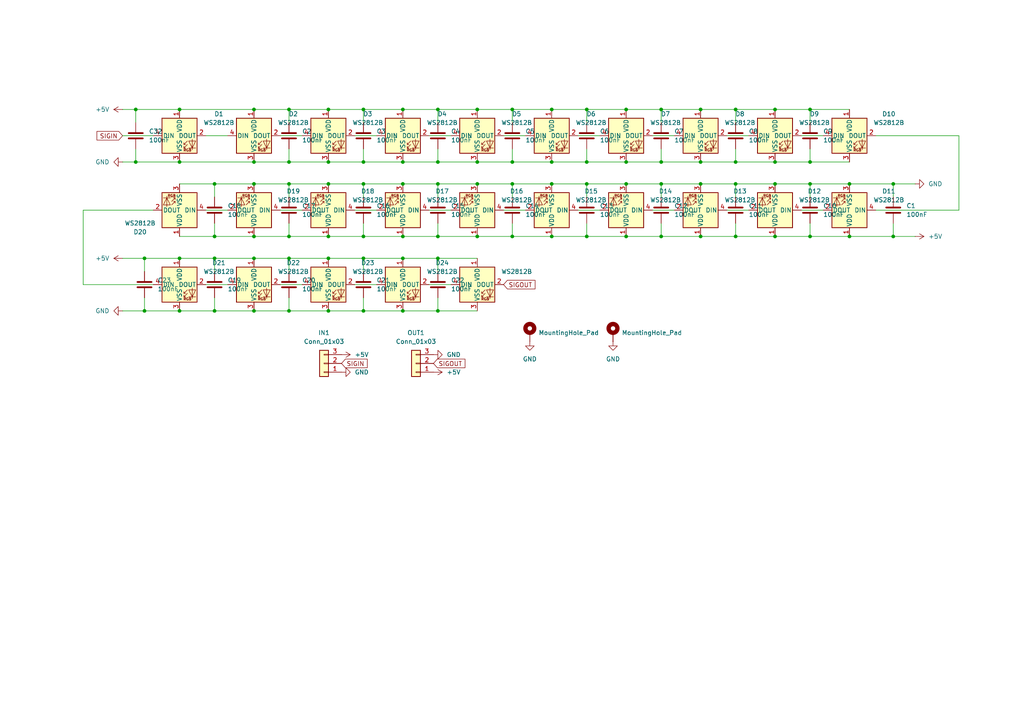
<source format=kicad_sch>
(kicad_sch
	(version 20231120)
	(generator "eeschema")
	(generator_version "8.0")
	(uuid "3c960632-3530-4b2a-bf5c-76b5e95526ce")
	(paper "A4")
	(lib_symbols
		(symbol "Connector_Generic:Conn_01x03"
			(pin_names
				(offset 1.016) hide)
			(exclude_from_sim no)
			(in_bom yes)
			(on_board yes)
			(property "Reference" "J"
				(at 0 5.08 0)
				(effects
					(font
						(size 1.27 1.27)
					)
				)
			)
			(property "Value" "Conn_01x03"
				(at 0 -5.08 0)
				(effects
					(font
						(size 1.27 1.27)
					)
				)
			)
			(property "Footprint" ""
				(at 0 0 0)
				(effects
					(font
						(size 1.27 1.27)
					)
					(hide yes)
				)
			)
			(property "Datasheet" "~"
				(at 0 0 0)
				(effects
					(font
						(size 1.27 1.27)
					)
					(hide yes)
				)
			)
			(property "Description" "Generic connector, single row, 01x03, script generated (kicad-library-utils/schlib/autogen/connector/)"
				(at 0 0 0)
				(effects
					(font
						(size 1.27 1.27)
					)
					(hide yes)
				)
			)
			(property "ki_keywords" "connector"
				(at 0 0 0)
				(effects
					(font
						(size 1.27 1.27)
					)
					(hide yes)
				)
			)
			(property "ki_fp_filters" "Connector*:*_1x??_*"
				(at 0 0 0)
				(effects
					(font
						(size 1.27 1.27)
					)
					(hide yes)
				)
			)
			(symbol "Conn_01x03_1_1"
				(rectangle
					(start -1.27 -2.413)
					(end 0 -2.667)
					(stroke
						(width 0.1524)
						(type default)
					)
					(fill
						(type none)
					)
				)
				(rectangle
					(start -1.27 0.127)
					(end 0 -0.127)
					(stroke
						(width 0.1524)
						(type default)
					)
					(fill
						(type none)
					)
				)
				(rectangle
					(start -1.27 2.667)
					(end 0 2.413)
					(stroke
						(width 0.1524)
						(type default)
					)
					(fill
						(type none)
					)
				)
				(rectangle
					(start -1.27 3.81)
					(end 1.27 -3.81)
					(stroke
						(width 0.254)
						(type default)
					)
					(fill
						(type background)
					)
				)
				(pin passive line
					(at -5.08 2.54 0)
					(length 3.81)
					(name "Pin_1"
						(effects
							(font
								(size 1.27 1.27)
							)
						)
					)
					(number "1"
						(effects
							(font
								(size 1.27 1.27)
							)
						)
					)
				)
				(pin passive line
					(at -5.08 0 0)
					(length 3.81)
					(name "Pin_2"
						(effects
							(font
								(size 1.27 1.27)
							)
						)
					)
					(number "2"
						(effects
							(font
								(size 1.27 1.27)
							)
						)
					)
				)
				(pin passive line
					(at -5.08 -2.54 0)
					(length 3.81)
					(name "Pin_3"
						(effects
							(font
								(size 1.27 1.27)
							)
						)
					)
					(number "3"
						(effects
							(font
								(size 1.27 1.27)
							)
						)
					)
				)
			)
		)
		(symbol "Device:C"
			(pin_numbers hide)
			(pin_names
				(offset 0.254)
			)
			(exclude_from_sim no)
			(in_bom yes)
			(on_board yes)
			(property "Reference" "C"
				(at 0.635 2.54 0)
				(effects
					(font
						(size 1.27 1.27)
					)
					(justify left)
				)
			)
			(property "Value" "C"
				(at 0.635 -2.54 0)
				(effects
					(font
						(size 1.27 1.27)
					)
					(justify left)
				)
			)
			(property "Footprint" ""
				(at 0.9652 -3.81 0)
				(effects
					(font
						(size 1.27 1.27)
					)
					(hide yes)
				)
			)
			(property "Datasheet" "~"
				(at 0 0 0)
				(effects
					(font
						(size 1.27 1.27)
					)
					(hide yes)
				)
			)
			(property "Description" "Unpolarized capacitor"
				(at 0 0 0)
				(effects
					(font
						(size 1.27 1.27)
					)
					(hide yes)
				)
			)
			(property "ki_keywords" "cap capacitor"
				(at 0 0 0)
				(effects
					(font
						(size 1.27 1.27)
					)
					(hide yes)
				)
			)
			(property "ki_fp_filters" "C_*"
				(at 0 0 0)
				(effects
					(font
						(size 1.27 1.27)
					)
					(hide yes)
				)
			)
			(symbol "C_0_1"
				(polyline
					(pts
						(xy -2.032 -0.762) (xy 2.032 -0.762)
					)
					(stroke
						(width 0.508)
						(type default)
					)
					(fill
						(type none)
					)
				)
				(polyline
					(pts
						(xy -2.032 0.762) (xy 2.032 0.762)
					)
					(stroke
						(width 0.508)
						(type default)
					)
					(fill
						(type none)
					)
				)
			)
			(symbol "C_1_1"
				(pin passive line
					(at 0 3.81 270)
					(length 2.794)
					(name "~"
						(effects
							(font
								(size 1.27 1.27)
							)
						)
					)
					(number "1"
						(effects
							(font
								(size 1.27 1.27)
							)
						)
					)
				)
				(pin passive line
					(at 0 -3.81 90)
					(length 2.794)
					(name "~"
						(effects
							(font
								(size 1.27 1.27)
							)
						)
					)
					(number "2"
						(effects
							(font
								(size 1.27 1.27)
							)
						)
					)
				)
			)
		)
		(symbol "LED:WS2812B"
			(pin_names
				(offset 0.254)
			)
			(exclude_from_sim no)
			(in_bom yes)
			(on_board yes)
			(property "Reference" "D"
				(at 5.08 5.715 0)
				(effects
					(font
						(size 1.27 1.27)
					)
					(justify right bottom)
				)
			)
			(property "Value" "WS2812B"
				(at 1.27 -5.715 0)
				(effects
					(font
						(size 1.27 1.27)
					)
					(justify left top)
				)
			)
			(property "Footprint" "LED_SMD:LED_WS2812B_PLCC4_5.0x5.0mm_P3.2mm"
				(at 1.27 -7.62 0)
				(effects
					(font
						(size 1.27 1.27)
					)
					(justify left top)
					(hide yes)
				)
			)
			(property "Datasheet" "https://cdn-shop.adafruit.com/datasheets/WS2812B.pdf"
				(at 2.54 -9.525 0)
				(effects
					(font
						(size 1.27 1.27)
					)
					(justify left top)
					(hide yes)
				)
			)
			(property "Description" "RGB LED with integrated controller"
				(at 0 0 0)
				(effects
					(font
						(size 1.27 1.27)
					)
					(hide yes)
				)
			)
			(property "ki_keywords" "RGB LED NeoPixel addressable"
				(at 0 0 0)
				(effects
					(font
						(size 1.27 1.27)
					)
					(hide yes)
				)
			)
			(property "ki_fp_filters" "LED*WS2812*PLCC*5.0x5.0mm*P3.2mm*"
				(at 0 0 0)
				(effects
					(font
						(size 1.27 1.27)
					)
					(hide yes)
				)
			)
			(symbol "WS2812B_0_0"
				(text "RGB"
					(at 2.286 -4.191 0)
					(effects
						(font
							(size 0.762 0.762)
						)
					)
				)
			)
			(symbol "WS2812B_0_1"
				(polyline
					(pts
						(xy 1.27 -3.556) (xy 1.778 -3.556)
					)
					(stroke
						(width 0)
						(type default)
					)
					(fill
						(type none)
					)
				)
				(polyline
					(pts
						(xy 1.27 -2.54) (xy 1.778 -2.54)
					)
					(stroke
						(width 0)
						(type default)
					)
					(fill
						(type none)
					)
				)
				(polyline
					(pts
						(xy 4.699 -3.556) (xy 2.667 -3.556)
					)
					(stroke
						(width 0)
						(type default)
					)
					(fill
						(type none)
					)
				)
				(polyline
					(pts
						(xy 2.286 -2.54) (xy 1.27 -3.556) (xy 1.27 -3.048)
					)
					(stroke
						(width 0)
						(type default)
					)
					(fill
						(type none)
					)
				)
				(polyline
					(pts
						(xy 2.286 -1.524) (xy 1.27 -2.54) (xy 1.27 -2.032)
					)
					(stroke
						(width 0)
						(type default)
					)
					(fill
						(type none)
					)
				)
				(polyline
					(pts
						(xy 3.683 -1.016) (xy 3.683 -3.556) (xy 3.683 -4.064)
					)
					(stroke
						(width 0)
						(type default)
					)
					(fill
						(type none)
					)
				)
				(polyline
					(pts
						(xy 4.699 -1.524) (xy 2.667 -1.524) (xy 3.683 -3.556) (xy 4.699 -1.524)
					)
					(stroke
						(width 0)
						(type default)
					)
					(fill
						(type none)
					)
				)
				(rectangle
					(start 5.08 5.08)
					(end -5.08 -5.08)
					(stroke
						(width 0.254)
						(type default)
					)
					(fill
						(type background)
					)
				)
			)
			(symbol "WS2812B_1_1"
				(pin power_in line
					(at 0 7.62 270)
					(length 2.54)
					(name "VDD"
						(effects
							(font
								(size 1.27 1.27)
							)
						)
					)
					(number "1"
						(effects
							(font
								(size 1.27 1.27)
							)
						)
					)
				)
				(pin output line
					(at 7.62 0 180)
					(length 2.54)
					(name "DOUT"
						(effects
							(font
								(size 1.27 1.27)
							)
						)
					)
					(number "2"
						(effects
							(font
								(size 1.27 1.27)
							)
						)
					)
				)
				(pin power_in line
					(at 0 -7.62 90)
					(length 2.54)
					(name "VSS"
						(effects
							(font
								(size 1.27 1.27)
							)
						)
					)
					(number "3"
						(effects
							(font
								(size 1.27 1.27)
							)
						)
					)
				)
				(pin input line
					(at -7.62 0 0)
					(length 2.54)
					(name "DIN"
						(effects
							(font
								(size 1.27 1.27)
							)
						)
					)
					(number "4"
						(effects
							(font
								(size 1.27 1.27)
							)
						)
					)
				)
			)
		)
		(symbol "Mechanical:MountingHole_Pad"
			(pin_numbers hide)
			(pin_names
				(offset 1.016) hide)
			(exclude_from_sim yes)
			(in_bom no)
			(on_board yes)
			(property "Reference" "H"
				(at 0 6.35 0)
				(effects
					(font
						(size 1.27 1.27)
					)
				)
			)
			(property "Value" "MountingHole_Pad"
				(at 0 4.445 0)
				(effects
					(font
						(size 1.27 1.27)
					)
				)
			)
			(property "Footprint" ""
				(at 0 0 0)
				(effects
					(font
						(size 1.27 1.27)
					)
					(hide yes)
				)
			)
			(property "Datasheet" "~"
				(at 0 0 0)
				(effects
					(font
						(size 1.27 1.27)
					)
					(hide yes)
				)
			)
			(property "Description" "Mounting Hole with connection"
				(at 0 0 0)
				(effects
					(font
						(size 1.27 1.27)
					)
					(hide yes)
				)
			)
			(property "ki_keywords" "mounting hole"
				(at 0 0 0)
				(effects
					(font
						(size 1.27 1.27)
					)
					(hide yes)
				)
			)
			(property "ki_fp_filters" "MountingHole*Pad*"
				(at 0 0 0)
				(effects
					(font
						(size 1.27 1.27)
					)
					(hide yes)
				)
			)
			(symbol "MountingHole_Pad_0_1"
				(circle
					(center 0 1.27)
					(radius 1.27)
					(stroke
						(width 1.27)
						(type default)
					)
					(fill
						(type none)
					)
				)
			)
			(symbol "MountingHole_Pad_1_1"
				(pin input line
					(at 0 -2.54 90)
					(length 2.54)
					(name "1"
						(effects
							(font
								(size 1.27 1.27)
							)
						)
					)
					(number "1"
						(effects
							(font
								(size 1.27 1.27)
							)
						)
					)
				)
			)
		)
		(symbol "power:+5V"
			(power)
			(pin_numbers hide)
			(pin_names
				(offset 0) hide)
			(exclude_from_sim no)
			(in_bom yes)
			(on_board yes)
			(property "Reference" "#PWR"
				(at 0 -3.81 0)
				(effects
					(font
						(size 1.27 1.27)
					)
					(hide yes)
				)
			)
			(property "Value" "+5V"
				(at 0 3.556 0)
				(effects
					(font
						(size 1.27 1.27)
					)
				)
			)
			(property "Footprint" ""
				(at 0 0 0)
				(effects
					(font
						(size 1.27 1.27)
					)
					(hide yes)
				)
			)
			(property "Datasheet" ""
				(at 0 0 0)
				(effects
					(font
						(size 1.27 1.27)
					)
					(hide yes)
				)
			)
			(property "Description" "Power symbol creates a global label with name \"+5V\""
				(at 0 0 0)
				(effects
					(font
						(size 1.27 1.27)
					)
					(hide yes)
				)
			)
			(property "ki_keywords" "global power"
				(at 0 0 0)
				(effects
					(font
						(size 1.27 1.27)
					)
					(hide yes)
				)
			)
			(symbol "+5V_0_1"
				(polyline
					(pts
						(xy -0.762 1.27) (xy 0 2.54)
					)
					(stroke
						(width 0)
						(type default)
					)
					(fill
						(type none)
					)
				)
				(polyline
					(pts
						(xy 0 0) (xy 0 2.54)
					)
					(stroke
						(width 0)
						(type default)
					)
					(fill
						(type none)
					)
				)
				(polyline
					(pts
						(xy 0 2.54) (xy 0.762 1.27)
					)
					(stroke
						(width 0)
						(type default)
					)
					(fill
						(type none)
					)
				)
			)
			(symbol "+5V_1_1"
				(pin power_in line
					(at 0 0 90)
					(length 0)
					(name "~"
						(effects
							(font
								(size 1.27 1.27)
							)
						)
					)
					(number "1"
						(effects
							(font
								(size 1.27 1.27)
							)
						)
					)
				)
			)
		)
		(symbol "power:GND"
			(power)
			(pin_numbers hide)
			(pin_names
				(offset 0) hide)
			(exclude_from_sim no)
			(in_bom yes)
			(on_board yes)
			(property "Reference" "#PWR"
				(at 0 -6.35 0)
				(effects
					(font
						(size 1.27 1.27)
					)
					(hide yes)
				)
			)
			(property "Value" "GND"
				(at 0 -3.81 0)
				(effects
					(font
						(size 1.27 1.27)
					)
				)
			)
			(property "Footprint" ""
				(at 0 0 0)
				(effects
					(font
						(size 1.27 1.27)
					)
					(hide yes)
				)
			)
			(property "Datasheet" ""
				(at 0 0 0)
				(effects
					(font
						(size 1.27 1.27)
					)
					(hide yes)
				)
			)
			(property "Description" "Power symbol creates a global label with name \"GND\" , ground"
				(at 0 0 0)
				(effects
					(font
						(size 1.27 1.27)
					)
					(hide yes)
				)
			)
			(property "ki_keywords" "global power"
				(at 0 0 0)
				(effects
					(font
						(size 1.27 1.27)
					)
					(hide yes)
				)
			)
			(symbol "GND_0_1"
				(polyline
					(pts
						(xy 0 0) (xy 0 -1.27) (xy 1.27 -1.27) (xy 0 -2.54) (xy -1.27 -1.27) (xy 0 -1.27)
					)
					(stroke
						(width 0)
						(type default)
					)
					(fill
						(type none)
					)
				)
			)
			(symbol "GND_1_1"
				(pin power_in line
					(at 0 0 270)
					(length 0)
					(name "~"
						(effects
							(font
								(size 1.27 1.27)
							)
						)
					)
					(number "1"
						(effects
							(font
								(size 1.27 1.27)
							)
						)
					)
				)
			)
		)
	)
	(junction
		(at 203.2 46.99)
		(diameter 0)
		(color 0 0 0 0)
		(uuid "02b75c03-3c6b-40d8-a738-57e5ad8ad57f")
	)
	(junction
		(at 41.91 74.93)
		(diameter 0)
		(color 0 0 0 0)
		(uuid "042042fc-f76c-438e-9e4e-7fb98d9a3c45")
	)
	(junction
		(at 181.61 31.75)
		(diameter 0)
		(color 0 0 0 0)
		(uuid "0480b3d2-9af6-4b50-a2a6-ec2131bc9a48")
	)
	(junction
		(at 213.36 31.75)
		(diameter 0)
		(color 0 0 0 0)
		(uuid "089f9d5b-ee6c-4c3f-9293-bdbcd95dd7c7")
	)
	(junction
		(at 224.79 53.34)
		(diameter 0)
		(color 0 0 0 0)
		(uuid "0b246125-2953-4142-a57f-5117367035b3")
	)
	(junction
		(at 116.84 31.75)
		(diameter 0)
		(color 0 0 0 0)
		(uuid "0be9168b-cf8e-4b16-a8a3-a18b917594e9")
	)
	(junction
		(at 127 74.93)
		(diameter 0)
		(color 0 0 0 0)
		(uuid "0d16588c-2cd9-4e76-bc4a-76f1ba4921f9")
	)
	(junction
		(at 62.23 68.58)
		(diameter 0)
		(color 0 0 0 0)
		(uuid "1290bb46-6864-4a64-9265-d81238b7f38c")
	)
	(junction
		(at 213.36 46.99)
		(diameter 0)
		(color 0 0 0 0)
		(uuid "14610ec0-c1c2-49e0-bc36-75b570b7877a")
	)
	(junction
		(at 148.59 46.99)
		(diameter 0)
		(color 0 0 0 0)
		(uuid "154fac7d-38f9-49dc-8988-83a4fb9ab097")
	)
	(junction
		(at 83.82 68.58)
		(diameter 0)
		(color 0 0 0 0)
		(uuid "187fc6f9-04f0-4bfe-aa1d-ce839b926319")
	)
	(junction
		(at 138.43 46.99)
		(diameter 0)
		(color 0 0 0 0)
		(uuid "1a688c3b-253e-44d7-b2c0-4c38075756ef")
	)
	(junction
		(at 83.82 90.17)
		(diameter 0)
		(color 0 0 0 0)
		(uuid "1d85881c-ebe4-4d0b-a90b-e19179583fe3")
	)
	(junction
		(at 73.66 53.34)
		(diameter 0)
		(color 0 0 0 0)
		(uuid "1eab0ad3-ac22-43c6-aa35-3583e023a2bf")
	)
	(junction
		(at 83.82 46.99)
		(diameter 0)
		(color 0 0 0 0)
		(uuid "23cf5bae-1727-476a-b242-205fb3a47b14")
	)
	(junction
		(at 148.59 68.58)
		(diameter 0)
		(color 0 0 0 0)
		(uuid "28e9ef7f-5358-4e55-895d-82823efbefc3")
	)
	(junction
		(at 181.61 53.34)
		(diameter 0)
		(color 0 0 0 0)
		(uuid "2a8b5d41-7014-44d2-8b66-972284684052")
	)
	(junction
		(at 116.84 46.99)
		(diameter 0)
		(color 0 0 0 0)
		(uuid "2aa8d316-2cf4-4156-b085-3e665ed804bd")
	)
	(junction
		(at 127 46.99)
		(diameter 0)
		(color 0 0 0 0)
		(uuid "2c860e01-62d0-445f-8233-fc3514b12617")
	)
	(junction
		(at 105.41 53.34)
		(diameter 0)
		(color 0 0 0 0)
		(uuid "2e1444f7-aef3-46ff-aa10-ba80685ed512")
	)
	(junction
		(at 170.18 68.58)
		(diameter 0)
		(color 0 0 0 0)
		(uuid "2fc6baff-c611-4eb3-a3d1-94d06c1b817c")
	)
	(junction
		(at 39.37 31.75)
		(diameter 0)
		(color 0 0 0 0)
		(uuid "30008e9b-cc07-4dd1-8c08-a5485486cb21")
	)
	(junction
		(at 138.43 53.34)
		(diameter 0)
		(color 0 0 0 0)
		(uuid "34e82824-1ef7-4096-be03-84117fe7e725")
	)
	(junction
		(at 73.66 68.58)
		(diameter 0)
		(color 0 0 0 0)
		(uuid "3e4954c3-4595-4169-a6cb-10996c8e7653")
	)
	(junction
		(at 62.23 74.93)
		(diameter 0)
		(color 0 0 0 0)
		(uuid "3ed8f19a-6afb-4cac-9503-3d38fd4edbb5")
	)
	(junction
		(at 148.59 31.75)
		(diameter 0)
		(color 0 0 0 0)
		(uuid "408d2e37-a99a-45d7-b104-8ab680f367bc")
	)
	(junction
		(at 52.07 31.75)
		(diameter 0)
		(color 0 0 0 0)
		(uuid "41b02df4-e71b-4052-b8d9-0b2f164c5007")
	)
	(junction
		(at 191.77 68.58)
		(diameter 0)
		(color 0 0 0 0)
		(uuid "4290a99a-3d94-49b2-b2e0-1410d6798ef8")
	)
	(junction
		(at 160.02 53.34)
		(diameter 0)
		(color 0 0 0 0)
		(uuid "430ac09e-3262-4889-b6dd-78dd40e3e15d")
	)
	(junction
		(at 52.07 46.99)
		(diameter 0)
		(color 0 0 0 0)
		(uuid "43cdf71f-9f2a-4dc4-ad3b-399ce5ba5fd4")
	)
	(junction
		(at 73.66 46.99)
		(diameter 0)
		(color 0 0 0 0)
		(uuid "44e82c15-461b-415a-92f5-8fe728eea0e7")
	)
	(junction
		(at 105.41 74.93)
		(diameter 0)
		(color 0 0 0 0)
		(uuid "4540422d-2ca1-43bb-a4cc-0bd52fd0b26c")
	)
	(junction
		(at 73.66 31.75)
		(diameter 0)
		(color 0 0 0 0)
		(uuid "4871c1f5-bb7d-43b7-aa27-4ee66773e36a")
	)
	(junction
		(at 203.2 68.58)
		(diameter 0)
		(color 0 0 0 0)
		(uuid "4ae2c1d4-761b-4f8d-8875-dc1e2979fb4f")
	)
	(junction
		(at 191.77 46.99)
		(diameter 0)
		(color 0 0 0 0)
		(uuid "4bd32687-f10f-4eb6-bb3e-c0dae7e7c404")
	)
	(junction
		(at 181.61 46.99)
		(diameter 0)
		(color 0 0 0 0)
		(uuid "4cd84ca6-ff73-46f6-b8e1-3d04b836caf3")
	)
	(junction
		(at 127 90.17)
		(diameter 0)
		(color 0 0 0 0)
		(uuid "51b9e0ae-91a3-40c1-afb3-613475025224")
	)
	(junction
		(at 160.02 31.75)
		(diameter 0)
		(color 0 0 0 0)
		(uuid "5b48468c-df7d-455c-b6ef-76c6b79d2bee")
	)
	(junction
		(at 127 53.34)
		(diameter 0)
		(color 0 0 0 0)
		(uuid "5b6eff13-22dc-421a-8cb2-f71d64ca78de")
	)
	(junction
		(at 83.82 53.34)
		(diameter 0)
		(color 0 0 0 0)
		(uuid "653241a9-2bd1-43cb-8e1a-f5531f54e375")
	)
	(junction
		(at 191.77 31.75)
		(diameter 0)
		(color 0 0 0 0)
		(uuid "67f9be65-ab48-4f64-af40-44e009d544fd")
	)
	(junction
		(at 95.25 53.34)
		(diameter 0)
		(color 0 0 0 0)
		(uuid "6986d62c-9f96-4f89-9ede-4ddda030c5e8")
	)
	(junction
		(at 138.43 31.75)
		(diameter 0)
		(color 0 0 0 0)
		(uuid "6bd85634-054b-4a27-90e6-2d2a99e2415d")
	)
	(junction
		(at 95.25 31.75)
		(diameter 0)
		(color 0 0 0 0)
		(uuid "6f460de5-e94c-45a3-8ed2-ab9d82270ac6")
	)
	(junction
		(at 95.25 74.93)
		(diameter 0)
		(color 0 0 0 0)
		(uuid "7163cc5b-11ce-4520-8df5-279d47a14a0c")
	)
	(junction
		(at 170.18 46.99)
		(diameter 0)
		(color 0 0 0 0)
		(uuid "78af1b22-802b-4987-b1e9-fc1e560df4e9")
	)
	(junction
		(at 181.61 68.58)
		(diameter 0)
		(color 0 0 0 0)
		(uuid "7c298d28-7788-45d5-a6b9-c277dd443113")
	)
	(junction
		(at 138.43 68.58)
		(diameter 0)
		(color 0 0 0 0)
		(uuid "7d531e97-7348-4b14-b1d7-5fd4adeeda84")
	)
	(junction
		(at 52.07 74.93)
		(diameter 0)
		(color 0 0 0 0)
		(uuid "7e7542c9-0dc0-4013-aa89-09ec50c63128")
	)
	(junction
		(at 191.77 53.34)
		(diameter 0)
		(color 0 0 0 0)
		(uuid "7ee1f0e8-59a0-4d24-8a8c-a31fb26e8ee9")
	)
	(junction
		(at 95.25 46.99)
		(diameter 0)
		(color 0 0 0 0)
		(uuid "8426337f-c2a3-4c66-bfaa-584f7ea39591")
	)
	(junction
		(at 234.95 31.75)
		(diameter 0)
		(color 0 0 0 0)
		(uuid "88495830-0c33-493d-9a79-c5a15c2f63e8")
	)
	(junction
		(at 234.95 68.58)
		(diameter 0)
		(color 0 0 0 0)
		(uuid "8e280e8c-4961-4164-8ad7-49d6720864f9")
	)
	(junction
		(at 213.36 53.34)
		(diameter 0)
		(color 0 0 0 0)
		(uuid "90cc3974-7fe2-4c57-b8fa-f74251a930d4")
	)
	(junction
		(at 73.66 74.93)
		(diameter 0)
		(color 0 0 0 0)
		(uuid "90dcd03a-c5b7-40d7-a1bb-9b156a2d96a2")
	)
	(junction
		(at 224.79 46.99)
		(diameter 0)
		(color 0 0 0 0)
		(uuid "9247ce3d-af33-47dc-9875-84d6e1724ff2")
	)
	(junction
		(at 39.37 46.99)
		(diameter 0)
		(color 0 0 0 0)
		(uuid "96d34dbf-2418-4b21-bdc7-8fe7adc28e39")
	)
	(junction
		(at 246.38 53.34)
		(diameter 0)
		(color 0 0 0 0)
		(uuid "9ca7f889-d913-49de-b92d-1d7a9ff2d03f")
	)
	(junction
		(at 224.79 68.58)
		(diameter 0)
		(color 0 0 0 0)
		(uuid "9d514e30-f298-4c5f-8a50-6a2cf373440d")
	)
	(junction
		(at 73.66 90.17)
		(diameter 0)
		(color 0 0 0 0)
		(uuid "9edce537-cda6-44ef-98b1-3dbf6c4c5b80")
	)
	(junction
		(at 116.84 74.93)
		(diameter 0)
		(color 0 0 0 0)
		(uuid "a28bfa23-9a27-4e3c-8c91-f69e85b519b5")
	)
	(junction
		(at 234.95 53.34)
		(diameter 0)
		(color 0 0 0 0)
		(uuid "a2f00288-bb28-426b-806d-593efe1c8ef3")
	)
	(junction
		(at 41.91 90.17)
		(diameter 0)
		(color 0 0 0 0)
		(uuid "a91c6240-7758-4ea5-a78f-3517e4b4de33")
	)
	(junction
		(at 52.07 90.17)
		(diameter 0)
		(color 0 0 0 0)
		(uuid "ac6ad946-dbbe-4f08-921a-b99858b9f8e1")
	)
	(junction
		(at 95.25 68.58)
		(diameter 0)
		(color 0 0 0 0)
		(uuid "af07edbb-00f4-4d9e-9dbc-c48c9483ea0d")
	)
	(junction
		(at 170.18 53.34)
		(diameter 0)
		(color 0 0 0 0)
		(uuid "af48db1b-28b2-4380-9ba9-5a52f051cf92")
	)
	(junction
		(at 116.84 68.58)
		(diameter 0)
		(color 0 0 0 0)
		(uuid "af55fa76-3419-469b-8c87-c304564bf79c")
	)
	(junction
		(at 148.59 53.34)
		(diameter 0)
		(color 0 0 0 0)
		(uuid "afed1542-2336-4775-8ccb-a08e4b2617ba")
	)
	(junction
		(at 246.38 68.58)
		(diameter 0)
		(color 0 0 0 0)
		(uuid "b25231ba-2099-490a-8148-77968194ad0d")
	)
	(junction
		(at 83.82 74.93)
		(diameter 0)
		(color 0 0 0 0)
		(uuid "b44d1aec-d0c0-4d18-a4c5-3f40e0fa4caf")
	)
	(junction
		(at 116.84 53.34)
		(diameter 0)
		(color 0 0 0 0)
		(uuid "b5a4eb5e-0fbb-4609-b86f-6f032565df65")
	)
	(junction
		(at 259.08 53.34)
		(diameter 0)
		(color 0 0 0 0)
		(uuid "b7b10c4e-1ebc-4766-962d-bf7b591f3bb8")
	)
	(junction
		(at 127 68.58)
		(diameter 0)
		(color 0 0 0 0)
		(uuid "ba072f82-e0da-440a-bcd6-a36161ffb253")
	)
	(junction
		(at 203.2 53.34)
		(diameter 0)
		(color 0 0 0 0)
		(uuid "be26d93b-8680-44b3-b951-8df6943d01bc")
	)
	(junction
		(at 160.02 68.58)
		(diameter 0)
		(color 0 0 0 0)
		(uuid "c3bb28f5-dfad-4ffa-b063-5dee3a2e705b")
	)
	(junction
		(at 259.08 68.58)
		(diameter 0)
		(color 0 0 0 0)
		(uuid "c4d94ee7-c986-43cf-87b5-52ed72f45304")
	)
	(junction
		(at 95.25 90.17)
		(diameter 0)
		(color 0 0 0 0)
		(uuid "d221d4e9-dc7b-4d6d-b342-820255e4e67c")
	)
	(junction
		(at 105.41 31.75)
		(diameter 0)
		(color 0 0 0 0)
		(uuid "d3988b8e-3ce1-4d1a-a7c8-67ae42bc64df")
	)
	(junction
		(at 105.41 46.99)
		(diameter 0)
		(color 0 0 0 0)
		(uuid "d401702a-77f8-46a1-92f6-4cd540d6921f")
	)
	(junction
		(at 203.2 31.75)
		(diameter 0)
		(color 0 0 0 0)
		(uuid "d46b41d7-9e1a-48b1-ada7-0e23bc2e793e")
	)
	(junction
		(at 170.18 31.75)
		(diameter 0)
		(color 0 0 0 0)
		(uuid "d56870eb-f1b5-4614-8630-f1a4867bfc56")
	)
	(junction
		(at 116.84 90.17)
		(diameter 0)
		(color 0 0 0 0)
		(uuid "d7f1f946-c5ef-4455-b23f-a8a027ac768b")
	)
	(junction
		(at 224.79 31.75)
		(diameter 0)
		(color 0 0 0 0)
		(uuid "db328716-ceb1-47c2-9050-9560c86179ea")
	)
	(junction
		(at 127 31.75)
		(diameter 0)
		(color 0 0 0 0)
		(uuid "e044e6a2-32a8-4adf-835e-1ecb6cc915d1")
	)
	(junction
		(at 62.23 90.17)
		(diameter 0)
		(color 0 0 0 0)
		(uuid "e3c948f2-ca7e-4492-b33f-2bcf28b43ea9")
	)
	(junction
		(at 105.41 68.58)
		(diameter 0)
		(color 0 0 0 0)
		(uuid "e5e3d76a-4798-4172-ae93-01be1400f2bf")
	)
	(junction
		(at 62.23 53.34)
		(diameter 0)
		(color 0 0 0 0)
		(uuid "e65b2598-60f1-49a4-b3ec-563da8453fa9")
	)
	(junction
		(at 234.95 46.99)
		(diameter 0)
		(color 0 0 0 0)
		(uuid "ed433735-d583-4cb4-9cb4-106aaab26c3c")
	)
	(junction
		(at 213.36 68.58)
		(diameter 0)
		(color 0 0 0 0)
		(uuid "ef7e6d45-e1bf-4d95-a2d7-234d9d9a20bb")
	)
	(junction
		(at 160.02 46.99)
		(diameter 0)
		(color 0 0 0 0)
		(uuid "efe4f307-425b-49e5-bb1b-1293d1b55104")
	)
	(junction
		(at 83.82 31.75)
		(diameter 0)
		(color 0 0 0 0)
		(uuid "f01d64fe-e995-471a-8662-4986498548f3")
	)
	(junction
		(at 105.41 90.17)
		(diameter 0)
		(color 0 0 0 0)
		(uuid "f5e8ccd9-5626-4e9f-9eb7-a2a096b74f36")
	)
	(wire
		(pts
			(xy 203.2 53.34) (xy 213.36 53.34)
		)
		(stroke
			(width 0)
			(type default)
		)
		(uuid "007769fc-2827-43b3-a3b7-cf243e005448")
	)
	(wire
		(pts
			(xy 167.64 60.96) (xy 173.99 60.96)
		)
		(stroke
			(width 0)
			(type default)
		)
		(uuid "02cc7f40-1078-4cc0-b1d9-0902f59ae105")
	)
	(wire
		(pts
			(xy 116.84 53.34) (xy 127 53.34)
		)
		(stroke
			(width 0)
			(type default)
		)
		(uuid "04dfaa51-d337-4339-9a02-0b7b826ef165")
	)
	(wire
		(pts
			(xy 232.41 60.96) (xy 238.76 60.96)
		)
		(stroke
			(width 0)
			(type default)
		)
		(uuid "06540a3b-f5ee-491d-8dad-cae83e029745")
	)
	(wire
		(pts
			(xy 24.13 60.96) (xy 44.45 60.96)
		)
		(stroke
			(width 0)
			(type default)
		)
		(uuid "06c3d929-fc6b-417a-b6dd-08ada5ea0f19")
	)
	(wire
		(pts
			(xy 234.95 53.34) (xy 234.95 57.15)
		)
		(stroke
			(width 0)
			(type default)
		)
		(uuid "0b358cf3-c08d-4b7e-b08b-789423a12c51")
	)
	(wire
		(pts
			(xy 83.82 86.36) (xy 83.82 90.17)
		)
		(stroke
			(width 0)
			(type default)
		)
		(uuid "0b935ebc-9716-417c-b117-f90186068571")
	)
	(wire
		(pts
			(xy 213.36 46.99) (xy 224.79 46.99)
		)
		(stroke
			(width 0)
			(type default)
		)
		(uuid "0ed84ae8-057f-42c2-99de-5b4dfd86cf4c")
	)
	(wire
		(pts
			(xy 210.82 60.96) (xy 217.17 60.96)
		)
		(stroke
			(width 0)
			(type default)
		)
		(uuid "100d97fd-3faa-4812-9a40-163fa2eac259")
	)
	(wire
		(pts
			(xy 39.37 43.18) (xy 39.37 46.99)
		)
		(stroke
			(width 0)
			(type default)
		)
		(uuid "101be5c5-2c97-446a-97ce-d6af74614947")
	)
	(wire
		(pts
			(xy 24.13 82.55) (xy 44.45 82.55)
		)
		(stroke
			(width 0)
			(type default)
		)
		(uuid "138a7226-8dd8-478b-b037-60d1ad4a8fbe")
	)
	(wire
		(pts
			(xy 234.95 43.18) (xy 234.95 46.99)
		)
		(stroke
			(width 0)
			(type default)
		)
		(uuid "1390c7d3-7ec2-4140-88f5-ed2bd89ce3c5")
	)
	(wire
		(pts
			(xy 127 74.93) (xy 127 78.74)
		)
		(stroke
			(width 0)
			(type default)
		)
		(uuid "15a467a2-9659-49a2-94ee-4e8200f85172")
	)
	(wire
		(pts
			(xy 116.84 90.17) (xy 127 90.17)
		)
		(stroke
			(width 0)
			(type default)
		)
		(uuid "1672da8f-22cb-4e14-b4bc-b5e7a6a3bc87")
	)
	(wire
		(pts
			(xy 213.36 53.34) (xy 224.79 53.34)
		)
		(stroke
			(width 0)
			(type default)
		)
		(uuid "17e4e01a-c87d-4a96-a5b5-97ca326d3b4a")
	)
	(wire
		(pts
			(xy 95.25 31.75) (xy 105.41 31.75)
		)
		(stroke
			(width 0)
			(type default)
		)
		(uuid "187b29cc-7acf-45a7-b54e-c1b8e62afefc")
	)
	(wire
		(pts
			(xy 73.66 90.17) (xy 83.82 90.17)
		)
		(stroke
			(width 0)
			(type default)
		)
		(uuid "1a414985-e9cb-413d-8576-99438dad0aab")
	)
	(wire
		(pts
			(xy 83.82 46.99) (xy 95.25 46.99)
		)
		(stroke
			(width 0)
			(type default)
		)
		(uuid "1b2ef45f-40e1-45df-a818-061d1c88b126")
	)
	(wire
		(pts
			(xy 213.36 43.18) (xy 213.36 46.99)
		)
		(stroke
			(width 0)
			(type default)
		)
		(uuid "1b7a377a-910e-4cd1-916a-05d2590683e3")
	)
	(wire
		(pts
			(xy 83.82 68.58) (xy 95.25 68.58)
		)
		(stroke
			(width 0)
			(type default)
		)
		(uuid "1bd23ee1-3101-4e0e-9d59-cab32b0382c3")
	)
	(wire
		(pts
			(xy 83.82 31.75) (xy 95.25 31.75)
		)
		(stroke
			(width 0)
			(type default)
		)
		(uuid "1bffb77b-1cd3-4da2-b83e-8be070d8259c")
	)
	(wire
		(pts
			(xy 191.77 43.18) (xy 191.77 46.99)
		)
		(stroke
			(width 0)
			(type default)
		)
		(uuid "1ca59521-9f01-41e6-a489-4e80a9c06cc3")
	)
	(wire
		(pts
			(xy 62.23 90.17) (xy 73.66 90.17)
		)
		(stroke
			(width 0)
			(type default)
		)
		(uuid "1e1f3a8c-22f6-46f6-aba8-30ccd285e408")
	)
	(wire
		(pts
			(xy 181.61 46.99) (xy 191.77 46.99)
		)
		(stroke
			(width 0)
			(type default)
		)
		(uuid "20f5e206-7265-4ef7-8c79-38dfb66f525b")
	)
	(wire
		(pts
			(xy 127 68.58) (xy 138.43 68.58)
		)
		(stroke
			(width 0)
			(type default)
		)
		(uuid "227346e7-84af-4ac1-83cc-b9285af76b38")
	)
	(wire
		(pts
			(xy 259.08 53.34) (xy 259.08 57.15)
		)
		(stroke
			(width 0)
			(type default)
		)
		(uuid "22948a78-4eef-43cb-a319-f18ea17d486e")
	)
	(wire
		(pts
			(xy 191.77 46.99) (xy 203.2 46.99)
		)
		(stroke
			(width 0)
			(type default)
		)
		(uuid "29055d95-1aff-4f23-874a-d91ee72c0cc8")
	)
	(wire
		(pts
			(xy 62.23 68.58) (xy 73.66 68.58)
		)
		(stroke
			(width 0)
			(type default)
		)
		(uuid "29a379fe-3572-40d8-9b35-2291ddce076c")
	)
	(wire
		(pts
			(xy 181.61 68.58) (xy 191.77 68.58)
		)
		(stroke
			(width 0)
			(type default)
		)
		(uuid "2b002f20-3fb4-4b3c-a763-c8af9cdc4a75")
	)
	(wire
		(pts
			(xy 127 90.17) (xy 138.43 90.17)
		)
		(stroke
			(width 0)
			(type default)
		)
		(uuid "2c039e47-71ce-4dd9-8b6d-a936e82de339")
	)
	(wire
		(pts
			(xy 105.41 74.93) (xy 116.84 74.93)
		)
		(stroke
			(width 0)
			(type default)
		)
		(uuid "2e23bcea-c05e-4975-b0f7-73479801b777")
	)
	(wire
		(pts
			(xy 105.41 31.75) (xy 105.41 35.56)
		)
		(stroke
			(width 0)
			(type default)
		)
		(uuid "2f9d4487-f0b9-4b22-ac77-59de70ef0997")
	)
	(wire
		(pts
			(xy 170.18 64.77) (xy 170.18 68.58)
		)
		(stroke
			(width 0)
			(type default)
		)
		(uuid "3188e36e-7e4d-4fb8-a5e7-286a3d8da0cc")
	)
	(wire
		(pts
			(xy 102.87 82.55) (xy 109.22 82.55)
		)
		(stroke
			(width 0)
			(type default)
		)
		(uuid "33c84c4c-4e8c-43da-84b7-f01e3a12d05b")
	)
	(wire
		(pts
			(xy 105.41 46.99) (xy 116.84 46.99)
		)
		(stroke
			(width 0)
			(type default)
		)
		(uuid "3460a47f-2abc-4aea-96d7-97c6b8b13f0b")
	)
	(wire
		(pts
			(xy 170.18 68.58) (xy 181.61 68.58)
		)
		(stroke
			(width 0)
			(type default)
		)
		(uuid "364f78dd-d400-4bda-8bea-3719fdbd5ccb")
	)
	(wire
		(pts
			(xy 127 64.77) (xy 127 68.58)
		)
		(stroke
			(width 0)
			(type default)
		)
		(uuid "37234411-b470-4715-8366-1848173b6f7a")
	)
	(wire
		(pts
			(xy 191.77 31.75) (xy 191.77 35.56)
		)
		(stroke
			(width 0)
			(type default)
		)
		(uuid "37aef403-0ec2-46c9-a5f1-da70ec564635")
	)
	(wire
		(pts
			(xy 148.59 31.75) (xy 160.02 31.75)
		)
		(stroke
			(width 0)
			(type default)
		)
		(uuid "3eed735c-cd57-44ec-a2f4-46c992309b7c")
	)
	(wire
		(pts
			(xy 189.23 39.37) (xy 195.58 39.37)
		)
		(stroke
			(width 0)
			(type default)
		)
		(uuid "3fe6ff5e-386f-4431-8d31-05249b4b497d")
	)
	(wire
		(pts
			(xy 234.95 68.58) (xy 246.38 68.58)
		)
		(stroke
			(width 0)
			(type default)
		)
		(uuid "431bdb9a-6944-41b3-b645-138cb05ef103")
	)
	(wire
		(pts
			(xy 213.36 68.58) (xy 224.79 68.58)
		)
		(stroke
			(width 0)
			(type default)
		)
		(uuid "435203f8-4caa-4890-9ba8-2cd580204564")
	)
	(wire
		(pts
			(xy 52.07 68.58) (xy 62.23 68.58)
		)
		(stroke
			(width 0)
			(type default)
		)
		(uuid "4422cf7a-9625-4eff-b08b-c55814782a93")
	)
	(wire
		(pts
			(xy 170.18 46.99) (xy 181.61 46.99)
		)
		(stroke
			(width 0)
			(type default)
		)
		(uuid "461e8de4-4adf-40e5-b60f-05b2dcfe0f55")
	)
	(wire
		(pts
			(xy 73.66 68.58) (xy 83.82 68.58)
		)
		(stroke
			(width 0)
			(type default)
		)
		(uuid "48cf6229-9d19-4383-a4ba-e358ea5f3916")
	)
	(wire
		(pts
			(xy 170.18 53.34) (xy 181.61 53.34)
		)
		(stroke
			(width 0)
			(type default)
		)
		(uuid "48fc9c56-45b0-4010-9769-ed605acce298")
	)
	(wire
		(pts
			(xy 224.79 46.99) (xy 234.95 46.99)
		)
		(stroke
			(width 0)
			(type default)
		)
		(uuid "49fa74b8-0631-4767-86b1-0073cc7e568b")
	)
	(wire
		(pts
			(xy 127 53.34) (xy 127 57.15)
		)
		(stroke
			(width 0)
			(type default)
		)
		(uuid "4d6a65be-67b9-4509-93a9-0e538afb3785")
	)
	(wire
		(pts
			(xy 39.37 46.99) (xy 52.07 46.99)
		)
		(stroke
			(width 0)
			(type default)
		)
		(uuid "4dcddff9-725d-4a9a-9899-13f827c5beff")
	)
	(wire
		(pts
			(xy 138.43 46.99) (xy 148.59 46.99)
		)
		(stroke
			(width 0)
			(type default)
		)
		(uuid "4e9a12cb-dc85-454b-b473-1e158bc692a2")
	)
	(wire
		(pts
			(xy 52.07 46.99) (xy 73.66 46.99)
		)
		(stroke
			(width 0)
			(type default)
		)
		(uuid "51545c51-300e-4f52-a065-291a00a3a788")
	)
	(wire
		(pts
			(xy 203.2 31.75) (xy 213.36 31.75)
		)
		(stroke
			(width 0)
			(type default)
		)
		(uuid "52149f8d-be25-47fa-9a92-d3e8a9e48c8e")
	)
	(wire
		(pts
			(xy 148.59 43.18) (xy 148.59 46.99)
		)
		(stroke
			(width 0)
			(type default)
		)
		(uuid "53a8c854-283a-421f-84f0-0c7389af0206")
	)
	(wire
		(pts
			(xy 105.41 86.36) (xy 105.41 90.17)
		)
		(stroke
			(width 0)
			(type default)
		)
		(uuid "57272b3f-b00b-4503-90c6-a9d344dd1a08")
	)
	(wire
		(pts
			(xy 160.02 68.58) (xy 170.18 68.58)
		)
		(stroke
			(width 0)
			(type default)
		)
		(uuid "57cc6b91-47a2-404a-a241-905fc1c56352")
	)
	(wire
		(pts
			(xy 41.91 74.93) (xy 41.91 78.74)
		)
		(stroke
			(width 0)
			(type default)
		)
		(uuid "589a1328-43c1-41d9-8d53-1f6b95959498")
	)
	(wire
		(pts
			(xy 52.07 31.75) (xy 73.66 31.75)
		)
		(stroke
			(width 0)
			(type default)
		)
		(uuid "5c96ff61-8bc7-44cd-81ca-276b8299af94")
	)
	(wire
		(pts
			(xy 95.25 53.34) (xy 105.41 53.34)
		)
		(stroke
			(width 0)
			(type default)
		)
		(uuid "5dde3508-52ca-4b03-bc34-7d251bf87445")
	)
	(wire
		(pts
			(xy 105.41 31.75) (xy 116.84 31.75)
		)
		(stroke
			(width 0)
			(type default)
		)
		(uuid "5e203697-7779-4179-9e9d-4a417f51d7d0")
	)
	(wire
		(pts
			(xy 127 31.75) (xy 127 35.56)
		)
		(stroke
			(width 0)
			(type default)
		)
		(uuid "600c3367-920d-4b40-8e18-8c18419e9187")
	)
	(wire
		(pts
			(xy 95.25 74.93) (xy 105.41 74.93)
		)
		(stroke
			(width 0)
			(type default)
		)
		(uuid "61a958ba-226d-401c-946e-3d0641ba7688")
	)
	(wire
		(pts
			(xy 210.82 39.37) (xy 217.17 39.37)
		)
		(stroke
			(width 0)
			(type default)
		)
		(uuid "663aaccb-eca2-46fd-9b03-e6cd1f18b8cd")
	)
	(wire
		(pts
			(xy 181.61 53.34) (xy 191.77 53.34)
		)
		(stroke
			(width 0)
			(type default)
		)
		(uuid "67c3aade-2c6d-4cb6-bc5c-45e95d029814")
	)
	(wire
		(pts
			(xy 189.23 60.96) (xy 195.58 60.96)
		)
		(stroke
			(width 0)
			(type default)
		)
		(uuid "684999f8-9f6d-441b-aa69-779e3d9b209c")
	)
	(wire
		(pts
			(xy 35.56 90.17) (xy 41.91 90.17)
		)
		(stroke
			(width 0)
			(type default)
		)
		(uuid "68ed2c48-512e-4a3a-bdbe-d55f95636bee")
	)
	(wire
		(pts
			(xy 213.36 53.34) (xy 213.36 57.15)
		)
		(stroke
			(width 0)
			(type default)
		)
		(uuid "69f0a9f8-19ad-43d3-9a66-c77382cd7e2e")
	)
	(wire
		(pts
			(xy 213.36 31.75) (xy 224.79 31.75)
		)
		(stroke
			(width 0)
			(type default)
		)
		(uuid "6e906084-96f5-4e6b-bc89-4f11cd94dc84")
	)
	(wire
		(pts
			(xy 83.82 43.18) (xy 83.82 46.99)
		)
		(stroke
			(width 0)
			(type default)
		)
		(uuid "6f47a9a8-6610-4f15-8d21-ec6ddc34e5a8")
	)
	(wire
		(pts
			(xy 127 53.34) (xy 138.43 53.34)
		)
		(stroke
			(width 0)
			(type default)
		)
		(uuid "6fd84e96-3711-4e5d-9053-cf7e266cfe81")
	)
	(wire
		(pts
			(xy 83.82 90.17) (xy 95.25 90.17)
		)
		(stroke
			(width 0)
			(type default)
		)
		(uuid "6ff31676-e849-4d1f-a657-f6c002ff1c83")
	)
	(wire
		(pts
			(xy 127 86.36) (xy 127 90.17)
		)
		(stroke
			(width 0)
			(type default)
		)
		(uuid "70eacedb-bae2-4a1a-a6d0-89f5a8152825")
	)
	(wire
		(pts
			(xy 124.46 82.55) (xy 130.81 82.55)
		)
		(stroke
			(width 0)
			(type default)
		)
		(uuid "7130ed8d-f6bb-4b69-8504-8c56f7ecca75")
	)
	(wire
		(pts
			(xy 95.25 90.17) (xy 105.41 90.17)
		)
		(stroke
			(width 0)
			(type default)
		)
		(uuid "720447b1-c2d8-4e68-b1f0-a9768bbafeae")
	)
	(wire
		(pts
			(xy 105.41 74.93) (xy 105.41 78.74)
		)
		(stroke
			(width 0)
			(type default)
		)
		(uuid "72116a00-b801-4c0e-9626-2fc96bec5b4d")
	)
	(wire
		(pts
			(xy 213.36 31.75) (xy 213.36 35.56)
		)
		(stroke
			(width 0)
			(type default)
		)
		(uuid "7285fb1e-4cfc-4c01-b440-d4c8a122ac64")
	)
	(wire
		(pts
			(xy 254 39.37) (xy 278.13 39.37)
		)
		(stroke
			(width 0)
			(type default)
		)
		(uuid "75cb6960-eb3c-4f99-9733-39bbc10317d3")
	)
	(wire
		(pts
			(xy 116.84 74.93) (xy 127 74.93)
		)
		(stroke
			(width 0)
			(type default)
		)
		(uuid "76270d25-e63f-453a-bd88-4ecafca498e9")
	)
	(wire
		(pts
			(xy 191.77 68.58) (xy 203.2 68.58)
		)
		(stroke
			(width 0)
			(type default)
		)
		(uuid "766e7a68-bd85-4953-acd6-790eeba4c5a4")
	)
	(wire
		(pts
			(xy 59.69 39.37) (xy 66.04 39.37)
		)
		(stroke
			(width 0)
			(type default)
		)
		(uuid "782262f6-c4dc-4c92-8d07-3843722eca6a")
	)
	(wire
		(pts
			(xy 116.84 68.58) (xy 127 68.58)
		)
		(stroke
			(width 0)
			(type default)
		)
		(uuid "78767405-c611-4ce8-ba06-26911ff7ce20")
	)
	(wire
		(pts
			(xy 224.79 53.34) (xy 234.95 53.34)
		)
		(stroke
			(width 0)
			(type default)
		)
		(uuid "78a55328-214e-4bd9-8cc5-9decc2f88864")
	)
	(wire
		(pts
			(xy 116.84 46.99) (xy 127 46.99)
		)
		(stroke
			(width 0)
			(type default)
		)
		(uuid "7b475042-b8e2-4a9e-97d3-ad65e10dd96a")
	)
	(wire
		(pts
			(xy 259.08 68.58) (xy 265.43 68.58)
		)
		(stroke
			(width 0)
			(type default)
		)
		(uuid "7b5a7cbb-6c33-441a-8d1d-76e60e4ff041")
	)
	(wire
		(pts
			(xy 35.56 39.37) (xy 44.45 39.37)
		)
		(stroke
			(width 0)
			(type default)
		)
		(uuid "7d56637d-fb79-4fd6-b88e-b0aba8d0816f")
	)
	(wire
		(pts
			(xy 102.87 60.96) (xy 109.22 60.96)
		)
		(stroke
			(width 0)
			(type default)
		)
		(uuid "7fc511ad-9032-4284-be38-8b174a80c11f")
	)
	(wire
		(pts
			(xy 83.82 53.34) (xy 95.25 53.34)
		)
		(stroke
			(width 0)
			(type default)
		)
		(uuid "81a5544d-a25d-4461-a31f-c4037142482f")
	)
	(wire
		(pts
			(xy 138.43 53.34) (xy 148.59 53.34)
		)
		(stroke
			(width 0)
			(type default)
		)
		(uuid "85afcf92-fd3d-48b9-8bb7-7d55f88d5d11")
	)
	(wire
		(pts
			(xy 39.37 31.75) (xy 52.07 31.75)
		)
		(stroke
			(width 0)
			(type default)
		)
		(uuid "86e3e3b4-7d7c-42f5-9b43-0b106b18c310")
	)
	(wire
		(pts
			(xy 73.66 31.75) (xy 83.82 31.75)
		)
		(stroke
			(width 0)
			(type default)
		)
		(uuid "871b92ca-8575-428d-a516-da3417595520")
	)
	(wire
		(pts
			(xy 234.95 46.99) (xy 246.38 46.99)
		)
		(stroke
			(width 0)
			(type default)
		)
		(uuid "87b3bc76-2755-42ec-9f13-719bceb22295")
	)
	(wire
		(pts
			(xy 148.59 68.58) (xy 160.02 68.58)
		)
		(stroke
			(width 0)
			(type default)
		)
		(uuid "888fa5b5-fdb4-4667-9820-5d3cc02555c7")
	)
	(wire
		(pts
			(xy 138.43 68.58) (xy 148.59 68.58)
		)
		(stroke
			(width 0)
			(type default)
		)
		(uuid "892aff7a-e8d7-4ab8-8a7e-961863a11c20")
	)
	(wire
		(pts
			(xy 124.46 60.96) (xy 130.81 60.96)
		)
		(stroke
			(width 0)
			(type default)
		)
		(uuid "89d063c0-ee9b-4f68-98b4-ed4f00a9b7c5")
	)
	(wire
		(pts
			(xy 191.77 64.77) (xy 191.77 68.58)
		)
		(stroke
			(width 0)
			(type default)
		)
		(uuid "89f2e3da-ad0c-4fe1-a24a-0c2b1611d786")
	)
	(wire
		(pts
			(xy 148.59 64.77) (xy 148.59 68.58)
		)
		(stroke
			(width 0)
			(type default)
		)
		(uuid "8a37c064-ae01-450c-ad0c-e4f4bf12d128")
	)
	(wire
		(pts
			(xy 124.46 39.37) (xy 130.81 39.37)
		)
		(stroke
			(width 0)
			(type default)
		)
		(uuid "8ac9968f-0069-4259-9e89-d1a0cf306e0a")
	)
	(wire
		(pts
			(xy 232.41 39.37) (xy 238.76 39.37)
		)
		(stroke
			(width 0)
			(type default)
		)
		(uuid "8b2edc07-9c4e-498b-85ea-d5b198b00ae8")
	)
	(wire
		(pts
			(xy 35.56 74.93) (xy 41.91 74.93)
		)
		(stroke
			(width 0)
			(type default)
		)
		(uuid "8c99e88c-5937-4db8-9a14-5475b0e6bbd0")
	)
	(wire
		(pts
			(xy 234.95 64.77) (xy 234.95 68.58)
		)
		(stroke
			(width 0)
			(type default)
		)
		(uuid "8db598ce-9ad2-4d36-a046-20df87a0dbf8")
	)
	(wire
		(pts
			(xy 35.56 46.99) (xy 39.37 46.99)
		)
		(stroke
			(width 0)
			(type default)
		)
		(uuid "90383080-d683-4a66-8749-cc85ea2b186c")
	)
	(wire
		(pts
			(xy 181.61 31.75) (xy 191.77 31.75)
		)
		(stroke
			(width 0)
			(type default)
		)
		(uuid "91ec041f-075c-4364-937d-db0f4786f560")
	)
	(wire
		(pts
			(xy 41.91 86.36) (xy 41.91 90.17)
		)
		(stroke
			(width 0)
			(type default)
		)
		(uuid "93f82d59-b346-4329-8421-ed00db500e38")
	)
	(wire
		(pts
			(xy 203.2 46.99) (xy 213.36 46.99)
		)
		(stroke
			(width 0)
			(type default)
		)
		(uuid "95ed18d7-02a2-4d72-9f66-c86997183c3a")
	)
	(wire
		(pts
			(xy 24.13 60.96) (xy 24.13 82.55)
		)
		(stroke
			(width 0)
			(type default)
		)
		(uuid "97392619-2d09-4fa8-88dc-8e40bf6f4def")
	)
	(wire
		(pts
			(xy 138.43 31.75) (xy 148.59 31.75)
		)
		(stroke
			(width 0)
			(type default)
		)
		(uuid "9820ace9-b6ae-4da5-98e4-c969e2c75530")
	)
	(wire
		(pts
			(xy 62.23 74.93) (xy 62.23 78.74)
		)
		(stroke
			(width 0)
			(type default)
		)
		(uuid "98370652-2aec-493f-a86c-e398ec4f963d")
	)
	(wire
		(pts
			(xy 73.66 53.34) (xy 83.82 53.34)
		)
		(stroke
			(width 0)
			(type default)
		)
		(uuid "985590d6-e5e6-468d-979c-f0df127ee0fe")
	)
	(wire
		(pts
			(xy 170.18 53.34) (xy 170.18 57.15)
		)
		(stroke
			(width 0)
			(type default)
		)
		(uuid "98c0214c-650e-4221-b72f-3a89fb0e0b16")
	)
	(wire
		(pts
			(xy 105.41 53.34) (xy 116.84 53.34)
		)
		(stroke
			(width 0)
			(type default)
		)
		(uuid "98e66f7b-f87b-4592-aa71-6335ff66c15f")
	)
	(wire
		(pts
			(xy 102.87 39.37) (xy 109.22 39.37)
		)
		(stroke
			(width 0)
			(type default)
		)
		(uuid "9a19f5b7-b905-4d82-9d3f-d83d22f00fdc")
	)
	(wire
		(pts
			(xy 52.07 53.34) (xy 62.23 53.34)
		)
		(stroke
			(width 0)
			(type default)
		)
		(uuid "9a6998f6-a952-44a7-92c7-a7b57d7dc305")
	)
	(wire
		(pts
			(xy 203.2 68.58) (xy 213.36 68.58)
		)
		(stroke
			(width 0)
			(type default)
		)
		(uuid "9c1ac6a0-bc39-45e5-8887-b8f010ac1c32")
	)
	(wire
		(pts
			(xy 105.41 53.34) (xy 105.41 57.15)
		)
		(stroke
			(width 0)
			(type default)
		)
		(uuid "9cfa8f57-e605-4f27-bfea-7f174a3ed754")
	)
	(wire
		(pts
			(xy 41.91 90.17) (xy 52.07 90.17)
		)
		(stroke
			(width 0)
			(type default)
		)
		(uuid "9f721b28-570d-4fe5-88ef-64551d25f25f")
	)
	(wire
		(pts
			(xy 234.95 31.75) (xy 234.95 35.56)
		)
		(stroke
			(width 0)
			(type default)
		)
		(uuid "a0a1c5c7-1cad-49ff-a147-d975ff49ab5c")
	)
	(wire
		(pts
			(xy 35.56 31.75) (xy 39.37 31.75)
		)
		(stroke
			(width 0)
			(type default)
		)
		(uuid "a38a04f6-05b6-4167-a763-aa811a9adeb8")
	)
	(wire
		(pts
			(xy 254 60.96) (xy 278.13 60.96)
		)
		(stroke
			(width 0)
			(type default)
		)
		(uuid "a4280bf1-2a5d-4a58-9fbf-3a9c81c39781")
	)
	(wire
		(pts
			(xy 246.38 68.58) (xy 259.08 68.58)
		)
		(stroke
			(width 0)
			(type default)
		)
		(uuid "a4e9c7de-4667-496d-8b02-bfae79469fac")
	)
	(wire
		(pts
			(xy 83.82 74.93) (xy 83.82 78.74)
		)
		(stroke
			(width 0)
			(type default)
		)
		(uuid "a53f0f92-0ad5-4057-ab09-e8978999a09f")
	)
	(wire
		(pts
			(xy 160.02 31.75) (xy 170.18 31.75)
		)
		(stroke
			(width 0)
			(type default)
		)
		(uuid "a56d46c1-df9f-409b-ac3a-d29bc3911f77")
	)
	(wire
		(pts
			(xy 127 31.75) (xy 138.43 31.75)
		)
		(stroke
			(width 0)
			(type default)
		)
		(uuid "a60714dd-51ef-477f-a10a-621e76bac447")
	)
	(wire
		(pts
			(xy 191.77 53.34) (xy 203.2 53.34)
		)
		(stroke
			(width 0)
			(type default)
		)
		(uuid "a61e1785-e467-4f05-a6ca-b36663019d24")
	)
	(wire
		(pts
			(xy 105.41 64.77) (xy 105.41 68.58)
		)
		(stroke
			(width 0)
			(type default)
		)
		(uuid "a6e71a20-8ac1-45c5-911d-f37afe4a1603")
	)
	(wire
		(pts
			(xy 148.59 53.34) (xy 160.02 53.34)
		)
		(stroke
			(width 0)
			(type default)
		)
		(uuid "a772cc4f-c0b0-46ec-9b63-e3069d03be73")
	)
	(wire
		(pts
			(xy 148.59 53.34) (xy 148.59 57.15)
		)
		(stroke
			(width 0)
			(type default)
		)
		(uuid "a78fb202-5e0e-4436-b77a-818e4323feb1")
	)
	(wire
		(pts
			(xy 52.07 90.17) (xy 62.23 90.17)
		)
		(stroke
			(width 0)
			(type default)
		)
		(uuid "a84a0387-2ca5-487d-ad3f-56bdbcfe667c")
	)
	(wire
		(pts
			(xy 62.23 53.34) (xy 62.23 57.15)
		)
		(stroke
			(width 0)
			(type default)
		)
		(uuid "a9ca7a6c-f7d9-45fa-a53a-9f0e922834a4")
	)
	(wire
		(pts
			(xy 224.79 31.75) (xy 234.95 31.75)
		)
		(stroke
			(width 0)
			(type default)
		)
		(uuid "ab5690e3-ecf7-4768-8c19-ba07e298645f")
	)
	(wire
		(pts
			(xy 160.02 53.34) (xy 170.18 53.34)
		)
		(stroke
			(width 0)
			(type default)
		)
		(uuid "ac2a6f14-93b0-4432-a401-dac6d79dd132")
	)
	(wire
		(pts
			(xy 148.59 46.99) (xy 160.02 46.99)
		)
		(stroke
			(width 0)
			(type default)
		)
		(uuid "ac4d069e-6b7a-4f9a-a055-add9d57efd59")
	)
	(wire
		(pts
			(xy 41.91 74.93) (xy 52.07 74.93)
		)
		(stroke
			(width 0)
			(type default)
		)
		(uuid "ac525c74-c0d0-45d5-9713-92a6dc96534f")
	)
	(wire
		(pts
			(xy 234.95 31.75) (xy 246.38 31.75)
		)
		(stroke
			(width 0)
			(type default)
		)
		(uuid "b087d94e-78e8-425f-9fb8-58c2796db08a")
	)
	(wire
		(pts
			(xy 259.08 53.34) (xy 265.43 53.34)
		)
		(stroke
			(width 0)
			(type default)
		)
		(uuid "b0a3cbc5-e9b4-4572-8c9c-baed2e0f57ef")
	)
	(wire
		(pts
			(xy 83.82 74.93) (xy 95.25 74.93)
		)
		(stroke
			(width 0)
			(type default)
		)
		(uuid "b267a4bb-c80b-465b-91a6-273ef5b5a555")
	)
	(wire
		(pts
			(xy 83.82 53.34) (xy 83.82 57.15)
		)
		(stroke
			(width 0)
			(type default)
		)
		(uuid "b39d0dd4-d52f-444d-a53e-c8fef7c82721")
	)
	(wire
		(pts
			(xy 170.18 43.18) (xy 170.18 46.99)
		)
		(stroke
			(width 0)
			(type default)
		)
		(uuid "b72e1516-d3d3-4682-8657-895e41466713")
	)
	(wire
		(pts
			(xy 73.66 46.99) (xy 83.82 46.99)
		)
		(stroke
			(width 0)
			(type default)
		)
		(uuid "b7d40484-835a-445f-bde9-46dbb632f5df")
	)
	(wire
		(pts
			(xy 83.82 64.77) (xy 83.82 68.58)
		)
		(stroke
			(width 0)
			(type default)
		)
		(uuid "ba056dce-68ee-41ec-8556-0509059f4d76")
	)
	(wire
		(pts
			(xy 81.28 60.96) (xy 87.63 60.96)
		)
		(stroke
			(width 0)
			(type default)
		)
		(uuid "bd177454-1e79-4a6b-8304-c96578887f86")
	)
	(wire
		(pts
			(xy 224.79 68.58) (xy 234.95 68.58)
		)
		(stroke
			(width 0)
			(type default)
		)
		(uuid "bef3efe8-bc2f-42bc-8b60-2bb3c2a9872e")
	)
	(wire
		(pts
			(xy 39.37 31.75) (xy 39.37 35.56)
		)
		(stroke
			(width 0)
			(type default)
		)
		(uuid "c2a5fc6c-2689-4d83-9014-bf705091d763")
	)
	(wire
		(pts
			(xy 62.23 74.93) (xy 73.66 74.93)
		)
		(stroke
			(width 0)
			(type default)
		)
		(uuid "c3ef4097-43ae-4b2f-92c8-eda9c74f89ad")
	)
	(wire
		(pts
			(xy 105.41 90.17) (xy 116.84 90.17)
		)
		(stroke
			(width 0)
			(type default)
		)
		(uuid "c6e71ad9-8a37-4527-9d8c-cccc171d701e")
	)
	(wire
		(pts
			(xy 259.08 64.77) (xy 259.08 68.58)
		)
		(stroke
			(width 0)
			(type default)
		)
		(uuid "c8b01591-ce68-4960-8a87-b6c77653b699")
	)
	(wire
		(pts
			(xy 167.64 39.37) (xy 173.99 39.37)
		)
		(stroke
			(width 0)
			(type default)
		)
		(uuid "cb480421-5c3c-4a65-9e71-e65f19235efa")
	)
	(wire
		(pts
			(xy 95.25 68.58) (xy 105.41 68.58)
		)
		(stroke
			(width 0)
			(type default)
		)
		(uuid "cc3f462e-99a5-4364-b021-5917854c8e57")
	)
	(wire
		(pts
			(xy 62.23 64.77) (xy 62.23 68.58)
		)
		(stroke
			(width 0)
			(type default)
		)
		(uuid "ce53997b-63c5-475c-84cd-e09379363117")
	)
	(wire
		(pts
			(xy 146.05 60.96) (xy 152.4 60.96)
		)
		(stroke
			(width 0)
			(type default)
		)
		(uuid "d121c473-d59a-41ac-b5af-b95ac2de0cf5")
	)
	(wire
		(pts
			(xy 62.23 86.36) (xy 62.23 90.17)
		)
		(stroke
			(width 0)
			(type default)
		)
		(uuid "d22be140-b558-4a7a-b479-2a3e7d6ccffb")
	)
	(wire
		(pts
			(xy 148.59 31.75) (xy 148.59 35.56)
		)
		(stroke
			(width 0)
			(type default)
		)
		(uuid "d2697a6b-b513-4881-96e8-f795da9b79a0")
	)
	(wire
		(pts
			(xy 146.05 39.37) (xy 152.4 39.37)
		)
		(stroke
			(width 0)
			(type default)
		)
		(uuid "d57ad671-89a9-4e35-8003-16ae7379892b")
	)
	(wire
		(pts
			(xy 59.69 60.96) (xy 66.04 60.96)
		)
		(stroke
			(width 0)
			(type default)
		)
		(uuid "d6455057-c020-47b8-8b4e-d6b1860ec87e")
	)
	(wire
		(pts
			(xy 81.28 82.55) (xy 87.63 82.55)
		)
		(stroke
			(width 0)
			(type default)
		)
		(uuid "da18234f-1fe8-4a32-a5a4-369415949b8f")
	)
	(wire
		(pts
			(xy 234.95 53.34) (xy 246.38 53.34)
		)
		(stroke
			(width 0)
			(type default)
		)
		(uuid "dac13226-7f51-45bc-a370-3a26a029dbfe")
	)
	(wire
		(pts
			(xy 83.82 31.75) (xy 83.82 35.56)
		)
		(stroke
			(width 0)
			(type default)
		)
		(uuid "db967f03-8fa0-4e60-a367-1ef7a4ea3e2a")
	)
	(wire
		(pts
			(xy 95.25 46.99) (xy 105.41 46.99)
		)
		(stroke
			(width 0)
			(type default)
		)
		(uuid "df6bded7-876c-49aa-8198-337e9b76f5d2")
	)
	(wire
		(pts
			(xy 191.77 31.75) (xy 203.2 31.75)
		)
		(stroke
			(width 0)
			(type default)
		)
		(uuid "e370073e-d8dc-45ef-900b-092b912b173a")
	)
	(wire
		(pts
			(xy 160.02 46.99) (xy 170.18 46.99)
		)
		(stroke
			(width 0)
			(type default)
		)
		(uuid "e7ae9f64-3a62-457c-8bcb-2060f9b42efc")
	)
	(wire
		(pts
			(xy 105.41 68.58) (xy 116.84 68.58)
		)
		(stroke
			(width 0)
			(type default)
		)
		(uuid "e8217fd7-659b-4cf1-822c-e5b360cbb1e6")
	)
	(wire
		(pts
			(xy 116.84 31.75) (xy 127 31.75)
		)
		(stroke
			(width 0)
			(type default)
		)
		(uuid "ea5c5856-90ab-4851-a0bc-5f2289531fd6")
	)
	(wire
		(pts
			(xy 246.38 53.34) (xy 259.08 53.34)
		)
		(stroke
			(width 0)
			(type default)
		)
		(uuid "ec907680-4497-497f-b52c-ed6ab32df28d")
	)
	(wire
		(pts
			(xy 127 43.18) (xy 127 46.99)
		)
		(stroke
			(width 0)
			(type default)
		)
		(uuid "ed9096da-2b82-4670-a306-99e79b366291")
	)
	(wire
		(pts
			(xy 170.18 31.75) (xy 170.18 35.56)
		)
		(stroke
			(width 0)
			(type default)
		)
		(uuid "edfe8678-9c37-4f3f-aa6a-4a3dcf149ba8")
	)
	(wire
		(pts
			(xy 52.07 74.93) (xy 62.23 74.93)
		)
		(stroke
			(width 0)
			(type default)
		)
		(uuid "ee1de27f-c143-4dcc-b23f-a789633f1b5e")
	)
	(wire
		(pts
			(xy 105.41 43.18) (xy 105.41 46.99)
		)
		(stroke
			(width 0)
			(type default)
		)
		(uuid "ee858f93-863c-4696-a2f4-9965ce835c85")
	)
	(wire
		(pts
			(xy 59.69 82.55) (xy 66.04 82.55)
		)
		(stroke
			(width 0)
			(type default)
		)
		(uuid "efea39a3-fc32-4756-b069-318ff7fcd06d")
	)
	(wire
		(pts
			(xy 73.66 74.93) (xy 83.82 74.93)
		)
		(stroke
			(width 0)
			(type default)
		)
		(uuid "f01a3c92-4dd9-45f7-9b8b-837063a43a63")
	)
	(wire
		(pts
			(xy 191.77 53.34) (xy 191.77 57.15)
		)
		(stroke
			(width 0)
			(type default)
		)
		(uuid "f0f95bc6-eb14-4cce-b5cf-8c2590e5dd38")
	)
	(wire
		(pts
			(xy 127 46.99) (xy 138.43 46.99)
		)
		(stroke
			(width 0)
			(type default)
		)
		(uuid "f1a858b4-d4a7-4596-8959-171dc870a47d")
	)
	(wire
		(pts
			(xy 62.23 53.34) (xy 73.66 53.34)
		)
		(stroke
			(width 0)
			(type default)
		)
		(uuid "f8840317-7122-4278-ae88-f3703727e091")
	)
	(wire
		(pts
			(xy 278.13 39.37) (xy 278.13 60.96)
		)
		(stroke
			(width 0)
			(type default)
		)
		(uuid "f94a33fd-48e6-4ad9-88ce-15cbfc3bfc5e")
	)
	(wire
		(pts
			(xy 213.36 64.77) (xy 213.36 68.58)
		)
		(stroke
			(width 0)
			(type default)
		)
		(uuid "f9f42b1f-fe43-42ad-b277-c28f4061f7c9")
	)
	(wire
		(pts
			(xy 127 74.93) (xy 138.43 74.93)
		)
		(stroke
			(width 0)
			(type default)
		)
		(uuid "fac45a12-53c4-478d-b897-2e6944cf6a0b")
	)
	(wire
		(pts
			(xy 81.28 39.37) (xy 87.63 39.37)
		)
		(stroke
			(width 0)
			(type default)
		)
		(uuid "fc775700-743e-46e7-885b-7524687e42a7")
	)
	(wire
		(pts
			(xy 170.18 31.75) (xy 181.61 31.75)
		)
		(stroke
			(width 0)
			(type default)
		)
		(uuid "ff466cc6-f92c-4ece-9d80-a137bbb455c0")
	)
	(global_label "SIGIN"
		(shape input)
		(at 35.56 39.37 180)
		(fields_autoplaced yes)
		(effects
			(font
				(size 1.27 1.27)
			)
			(justify right)
		)
		(uuid "033158fb-f0d9-49af-a7c2-ae090a17071e")
		(property "Intersheetrefs" "${INTERSHEET_REFS}"
			(at 27.5552 39.37 0)
			(effects
				(font
					(size 1.27 1.27)
				)
				(justify right)
				(hide yes)
			)
		)
	)
	(global_label "SIGOUT"
		(shape input)
		(at 125.73 105.41 0)
		(fields_autoplaced yes)
		(effects
			(font
				(size 1.27 1.27)
			)
			(justify left)
		)
		(uuid "922c88c9-fe81-483d-99fa-950b14c5d5d3")
		(property "Intersheetrefs" "${INTERSHEET_REFS}"
			(at 135.4281 105.41 0)
			(effects
				(font
					(size 1.27 1.27)
				)
				(justify left)
				(hide yes)
			)
		)
	)
	(global_label "SIGIN"
		(shape input)
		(at 99.06 105.41 0)
		(fields_autoplaced yes)
		(effects
			(font
				(size 1.27 1.27)
			)
			(justify left)
		)
		(uuid "ba9f4ba7-d272-4fcb-97c2-6e0bdeb61004")
		(property "Intersheetrefs" "${INTERSHEET_REFS}"
			(at 107.0648 105.41 0)
			(effects
				(font
					(size 1.27 1.27)
				)
				(justify left)
				(hide yes)
			)
		)
	)
	(global_label "SIGOUT"
		(shape input)
		(at 146.05 82.55 0)
		(fields_autoplaced yes)
		(effects
			(font
				(size 1.27 1.27)
			)
			(justify left)
		)
		(uuid "e0664a9f-8185-4f76-bd1f-d8fbd810cd55")
		(property "Intersheetrefs" "${INTERSHEET_REFS}"
			(at 155.7481 82.55 0)
			(effects
				(font
					(size 1.27 1.27)
				)
				(justify left)
				(hide yes)
			)
		)
	)
	(symbol
		(lib_id "Device:C")
		(at 62.23 60.96 0)
		(unit 1)
		(exclude_from_sim no)
		(in_bom yes)
		(on_board yes)
		(dnp no)
		(fields_autoplaced yes)
		(uuid "01b59bcf-52c4-4cee-b94d-97c4a154b495")
		(property "Reference" "C18"
			(at 66.04 59.6899 0)
			(effects
				(font
					(size 1.27 1.27)
				)
				(justify left)
			)
		)
		(property "Value" "100nF"
			(at 66.04 62.2299 0)
			(effects
				(font
					(size 1.27 1.27)
				)
				(justify left)
			)
		)
		(property "Footprint" "Capacitor_SMD:C_0805_2012Metric_Pad1.18x1.45mm_HandSolder"
			(at 63.1952 64.77 0)
			(effects
				(font
					(size 1.27 1.27)
				)
				(hide yes)
			)
		)
		(property "Datasheet" "~"
			(at 62.23 60.96 0)
			(effects
				(font
					(size 1.27 1.27)
				)
				(hide yes)
			)
		)
		(property "Description" "Unpolarized capacitor"
			(at 62.23 60.96 0)
			(effects
				(font
					(size 1.27 1.27)
				)
				(hide yes)
			)
		)
		(pin "1"
			(uuid "33ac07fe-f0ab-47a0-9b6d-a8fa8f4f64bd")
		)
		(pin "2"
			(uuid "5fa9d693-2fb5-4af5-8cbb-11284eed7185")
		)
		(instances
			(project ""
				(path "/3c960632-3530-4b2a-bf5c-76b5e95526ce"
					(reference "C18")
					(unit 1)
				)
			)
		)
	)
	(symbol
		(lib_id "Device:C")
		(at 148.59 60.96 0)
		(unit 1)
		(exclude_from_sim no)
		(in_bom yes)
		(on_board yes)
		(dnp no)
		(fields_autoplaced yes)
		(uuid "0a66fd61-aefe-402b-910a-4acabf6929c6")
		(property "Reference" "C14"
			(at 152.4 59.6899 0)
			(effects
				(font
					(size 1.27 1.27)
				)
				(justify left)
			)
		)
		(property "Value" "100nF"
			(at 152.4 62.2299 0)
			(effects
				(font
					(size 1.27 1.27)
				)
				(justify left)
			)
		)
		(property "Footprint" "Capacitor_SMD:C_0805_2012Metric_Pad1.18x1.45mm_HandSolder"
			(at 149.5552 64.77 0)
			(effects
				(font
					(size 1.27 1.27)
				)
				(hide yes)
			)
		)
		(property "Datasheet" "~"
			(at 148.59 60.96 0)
			(effects
				(font
					(size 1.27 1.27)
				)
				(hide yes)
			)
		)
		(property "Description" "Unpolarized capacitor"
			(at 148.59 60.96 0)
			(effects
				(font
					(size 1.27 1.27)
				)
				(hide yes)
			)
		)
		(pin "1"
			(uuid "7b80d0c7-6746-4233-a970-ab35616b60f5")
		)
		(pin "2"
			(uuid "00bac998-bccd-4fe8-9012-d5a697f55969")
		)
		(instances
			(project ""
				(path "/3c960632-3530-4b2a-bf5c-76b5e95526ce"
					(reference "C14")
					(unit 1)
				)
			)
		)
	)
	(symbol
		(lib_id "power:+5V")
		(at 35.56 31.75 90)
		(unit 1)
		(exclude_from_sim no)
		(in_bom yes)
		(on_board yes)
		(dnp no)
		(fields_autoplaced yes)
		(uuid "0cb41fbe-b10b-483f-944b-916360fff106")
		(property "Reference" "#PWR01"
			(at 39.37 31.75 0)
			(effects
				(font
					(size 1.27 1.27)
				)
				(hide yes)
			)
		)
		(property "Value" "+5V"
			(at 31.75 31.7499 90)
			(effects
				(font
					(size 1.27 1.27)
				)
				(justify left)
			)
		)
		(property "Footprint" ""
			(at 35.56 31.75 0)
			(effects
				(font
					(size 1.27 1.27)
				)
				(hide yes)
			)
		)
		(property "Datasheet" ""
			(at 35.56 31.75 0)
			(effects
				(font
					(size 1.27 1.27)
				)
				(hide yes)
			)
		)
		(property "Description" "Power symbol creates a global label with name \"+5V\""
			(at 35.56 31.75 0)
			(effects
				(font
					(size 1.27 1.27)
				)
				(hide yes)
			)
		)
		(pin "1"
			(uuid "c7be1117-368e-4deb-9eea-02249afac4af")
		)
		(instances
			(project ""
				(path "/3c960632-3530-4b2a-bf5c-76b5e95526ce"
					(reference "#PWR01")
					(unit 1)
				)
			)
		)
	)
	(symbol
		(lib_id "LED:WS2812B")
		(at 246.38 60.96 180)
		(unit 1)
		(exclude_from_sim no)
		(in_bom yes)
		(on_board yes)
		(dnp no)
		(fields_autoplaced yes)
		(uuid "0db93915-a290-4c2b-96cd-02c1aad0e4c5")
		(property "Reference" "D11"
			(at 257.81 55.4638 0)
			(effects
				(font
					(size 1.27 1.27)
				)
			)
		)
		(property "Value" "WS2812B"
			(at 257.81 58.0038 0)
			(effects
				(font
					(size 1.27 1.27)
				)
			)
		)
		(property "Footprint" "LED_SMD:LED_WS2812B_PLCC4_5.0x5.0mm_P3.2mm"
			(at 245.11 53.34 0)
			(effects
				(font
					(size 1.27 1.27)
				)
				(justify left top)
				(hide yes)
			)
		)
		(property "Datasheet" "https://cdn-shop.adafruit.com/datasheets/WS2812B.pdf"
			(at 243.84 51.435 0)
			(effects
				(font
					(size 1.27 1.27)
				)
				(justify left top)
				(hide yes)
			)
		)
		(property "Description" "RGB LED with integrated controller"
			(at 246.38 60.96 0)
			(effects
				(font
					(size 1.27 1.27)
				)
				(hide yes)
			)
		)
		(pin "4"
			(uuid "988e03f5-e375-45e1-b424-1aadebd6c360")
		)
		(pin "1"
			(uuid "c1a317b2-ac11-4a04-a96e-408053588c34")
		)
		(pin "2"
			(uuid "b986672b-4085-478c-9fb5-649216d4db48")
		)
		(pin "3"
			(uuid "5e6de2d5-e22c-4df7-9aa0-e33f902681ad")
		)
		(instances
			(project ""
				(path "/3c960632-3530-4b2a-bf5c-76b5e95526ce"
					(reference "D11")
					(unit 1)
				)
			)
		)
	)
	(symbol
		(lib_id "power:GND")
		(at 125.73 102.87 90)
		(unit 1)
		(exclude_from_sim no)
		(in_bom yes)
		(on_board yes)
		(dnp no)
		(fields_autoplaced yes)
		(uuid "11208bf0-59a1-4a07-86a8-de7f4094e7aa")
		(property "Reference" "#PWR012"
			(at 132.08 102.87 0)
			(effects
				(font
					(size 1.27 1.27)
				)
				(hide yes)
			)
		)
		(property "Value" "GND"
			(at 129.54 102.8699 90)
			(effects
				(font
					(size 1.27 1.27)
				)
				(justify right)
			)
		)
		(property "Footprint" ""
			(at 125.73 102.87 0)
			(effects
				(font
					(size 1.27 1.27)
				)
				(hide yes)
			)
		)
		(property "Datasheet" ""
			(at 125.73 102.87 0)
			(effects
				(font
					(size 1.27 1.27)
				)
				(hide yes)
			)
		)
		(property "Description" "Power symbol creates a global label with name \"GND\" , ground"
			(at 125.73 102.87 0)
			(effects
				(font
					(size 1.27 1.27)
				)
				(hide yes)
			)
		)
		(pin "1"
			(uuid "839ea0e8-ccfc-4fc4-91dc-7fdc459bb62a")
		)
		(instances
			(project ""
				(path "/3c960632-3530-4b2a-bf5c-76b5e95526ce"
					(reference "#PWR012")
					(unit 1)
				)
			)
		)
	)
	(symbol
		(lib_id "Device:C")
		(at 213.36 39.37 0)
		(unit 1)
		(exclude_from_sim no)
		(in_bom yes)
		(on_board yes)
		(dnp no)
		(fields_autoplaced yes)
		(uuid "13a729e9-1770-4a67-bea3-cb48cd47fc9b")
		(property "Reference" "C8"
			(at 217.17 38.0999 0)
			(effects
				(font
					(size 1.27 1.27)
				)
				(justify left)
			)
		)
		(property "Value" "100nF"
			(at 217.17 40.6399 0)
			(effects
				(font
					(size 1.27 1.27)
				)
				(justify left)
			)
		)
		(property "Footprint" "Capacitor_SMD:C_0805_2012Metric_Pad1.18x1.45mm_HandSolder"
			(at 214.3252 43.18 0)
			(effects
				(font
					(size 1.27 1.27)
				)
				(hide yes)
			)
		)
		(property "Datasheet" "~"
			(at 213.36 39.37 0)
			(effects
				(font
					(size 1.27 1.27)
				)
				(hide yes)
			)
		)
		(property "Description" "Unpolarized capacitor"
			(at 213.36 39.37 0)
			(effects
				(font
					(size 1.27 1.27)
				)
				(hide yes)
			)
		)
		(pin "1"
			(uuid "7b80d0c7-6746-4233-a970-ab35616b60f5")
		)
		(pin "2"
			(uuid "00bac998-bccd-4fe8-9012-d5a697f55969")
		)
		(instances
			(project ""
				(path "/3c960632-3530-4b2a-bf5c-76b5e95526ce"
					(reference "C8")
					(unit 1)
				)
			)
		)
	)
	(symbol
		(lib_id "LED:WS2812B")
		(at 246.38 39.37 0)
		(unit 1)
		(exclude_from_sim no)
		(in_bom yes)
		(on_board yes)
		(dnp no)
		(fields_autoplaced yes)
		(uuid "154510ec-aec0-4f6d-9a4f-39698289b5cb")
		(property "Reference" "D10"
			(at 257.81 33.0514 0)
			(effects
				(font
					(size 1.27 1.27)
				)
			)
		)
		(property "Value" "WS2812B"
			(at 257.81 35.5914 0)
			(effects
				(font
					(size 1.27 1.27)
				)
			)
		)
		(property "Footprint" "LED_SMD:LED_WS2812B_PLCC4_5.0x5.0mm_P3.2mm"
			(at 247.65 46.99 0)
			(effects
				(font
					(size 1.27 1.27)
				)
				(justify left top)
				(hide yes)
			)
		)
		(property "Datasheet" "https://cdn-shop.adafruit.com/datasheets/WS2812B.pdf"
			(at 248.92 48.895 0)
			(effects
				(font
					(size 1.27 1.27)
				)
				(justify left top)
				(hide yes)
			)
		)
		(property "Description" "RGB LED with integrated controller"
			(at 246.38 39.37 0)
			(effects
				(font
					(size 1.27 1.27)
				)
				(hide yes)
			)
		)
		(pin "4"
			(uuid "988e03f5-e375-45e1-b424-1aadebd6c360")
		)
		(pin "1"
			(uuid "c1a317b2-ac11-4a04-a96e-408053588c34")
		)
		(pin "2"
			(uuid "b986672b-4085-478c-9fb5-649216d4db48")
		)
		(pin "3"
			(uuid "5e6de2d5-e22c-4df7-9aa0-e33f902681ad")
		)
		(instances
			(project ""
				(path "/3c960632-3530-4b2a-bf5c-76b5e95526ce"
					(reference "D10")
					(unit 1)
				)
			)
		)
	)
	(symbol
		(lib_id "LED:WS2812B")
		(at 138.43 82.55 0)
		(unit 1)
		(exclude_from_sim no)
		(in_bom yes)
		(on_board yes)
		(dnp no)
		(fields_autoplaced yes)
		(uuid "16ebcee8-ef52-4afa-a7e3-990d109c166b")
		(property "Reference" "D25"
			(at 149.86 76.2314 0)
			(effects
				(font
					(size 1.27 1.27)
				)
				(hide yes)
			)
		)
		(property "Value" "WS2812B"
			(at 149.86 78.7714 0)
			(effects
				(font
					(size 1.27 1.27)
				)
			)
		)
		(property "Footprint" "LED_SMD:LED_WS2812B_PLCC4_5.0x5.0mm_P3.2mm"
			(at 139.7 90.17 0)
			(effects
				(font
					(size 1.27 1.27)
				)
				(justify left top)
				(hide yes)
			)
		)
		(property "Datasheet" "https://cdn-shop.adafruit.com/datasheets/WS2812B.pdf"
			(at 140.97 92.075 0)
			(effects
				(font
					(size 1.27 1.27)
				)
				(justify left top)
				(hide yes)
			)
		)
		(property "Description" "RGB LED with integrated controller"
			(at 138.43 82.55 0)
			(effects
				(font
					(size 1.27 1.27)
				)
				(hide yes)
			)
		)
		(pin "4"
			(uuid "988e03f5-e375-45e1-b424-1aadebd6c360")
		)
		(pin "1"
			(uuid "c1a317b2-ac11-4a04-a96e-408053588c34")
		)
		(pin "2"
			(uuid "b986672b-4085-478c-9fb5-649216d4db48")
		)
		(pin "3"
			(uuid "5e6de2d5-e22c-4df7-9aa0-e33f902681ad")
		)
		(instances
			(project ""
				(path "/3c960632-3530-4b2a-bf5c-76b5e95526ce"
					(reference "D25")
					(unit 1)
				)
			)
		)
	)
	(symbol
		(lib_id "power:+5V")
		(at 125.73 107.95 270)
		(unit 1)
		(exclude_from_sim no)
		(in_bom yes)
		(on_board yes)
		(dnp no)
		(fields_autoplaced yes)
		(uuid "19296d35-c8ac-461b-8f60-ce6dd866dddd")
		(property "Reference" "#PWR011"
			(at 121.92 107.95 0)
			(effects
				(font
					(size 1.27 1.27)
				)
				(hide yes)
			)
		)
		(property "Value" "+5V"
			(at 129.54 107.9499 90)
			(effects
				(font
					(size 1.27 1.27)
				)
				(justify left)
			)
		)
		(property "Footprint" ""
			(at 125.73 107.95 0)
			(effects
				(font
					(size 1.27 1.27)
				)
				(hide yes)
			)
		)
		(property "Datasheet" ""
			(at 125.73 107.95 0)
			(effects
				(font
					(size 1.27 1.27)
				)
				(hide yes)
			)
		)
		(property "Description" "Power symbol creates a global label with name \"+5V\""
			(at 125.73 107.95 0)
			(effects
				(font
					(size 1.27 1.27)
				)
				(hide yes)
			)
		)
		(pin "1"
			(uuid "ff6c15c3-caed-46a0-aad8-79918d249ef5")
		)
		(instances
			(project ""
				(path "/3c960632-3530-4b2a-bf5c-76b5e95526ce"
					(reference "#PWR011")
					(unit 1)
				)
			)
		)
	)
	(symbol
		(lib_id "Device:C")
		(at 105.41 39.37 0)
		(unit 1)
		(exclude_from_sim no)
		(in_bom yes)
		(on_board yes)
		(dnp no)
		(fields_autoplaced yes)
		(uuid "1d832246-069e-4502-a7a5-48c0049de536")
		(property "Reference" "C3"
			(at 109.22 38.0999 0)
			(effects
				(font
					(size 1.27 1.27)
				)
				(justify left)
			)
		)
		(property "Value" "100nF"
			(at 109.22 40.6399 0)
			(effects
				(font
					(size 1.27 1.27)
				)
				(justify left)
			)
		)
		(property "Footprint" "Capacitor_SMD:C_0805_2012Metric_Pad1.18x1.45mm_HandSolder"
			(at 106.3752 43.18 0)
			(effects
				(font
					(size 1.27 1.27)
				)
				(hide yes)
			)
		)
		(property "Datasheet" "~"
			(at 105.41 39.37 0)
			(effects
				(font
					(size 1.27 1.27)
				)
				(hide yes)
			)
		)
		(property "Description" "Unpolarized capacitor"
			(at 105.41 39.37 0)
			(effects
				(font
					(size 1.27 1.27)
				)
				(hide yes)
			)
		)
		(pin "1"
			(uuid "7b80d0c7-6746-4233-a970-ab35616b60f5")
		)
		(pin "2"
			(uuid "00bac998-bccd-4fe8-9012-d5a697f55969")
		)
		(instances
			(project ""
				(path "/3c960632-3530-4b2a-bf5c-76b5e95526ce"
					(reference "C3")
					(unit 1)
				)
			)
		)
	)
	(symbol
		(lib_id "power:GND")
		(at 153.67 99.06 0)
		(unit 1)
		(exclude_from_sim no)
		(in_bom yes)
		(on_board yes)
		(dnp no)
		(fields_autoplaced yes)
		(uuid "25e7ad7b-c6e5-46a9-9b34-f8b249521b18")
		(property "Reference" "#PWR013"
			(at 153.67 105.41 0)
			(effects
				(font
					(size 1.27 1.27)
				)
				(hide yes)
			)
		)
		(property "Value" "GND"
			(at 153.67 104.14 0)
			(effects
				(font
					(size 1.27 1.27)
				)
			)
		)
		(property "Footprint" ""
			(at 153.67 99.06 0)
			(effects
				(font
					(size 1.27 1.27)
				)
				(hide yes)
			)
		)
		(property "Datasheet" ""
			(at 153.67 99.06 0)
			(effects
				(font
					(size 1.27 1.27)
				)
				(hide yes)
			)
		)
		(property "Description" "Power symbol creates a global label with name \"GND\" , ground"
			(at 153.67 99.06 0)
			(effects
				(font
					(size 1.27 1.27)
				)
				(hide yes)
			)
		)
		(pin "1"
			(uuid "aeaa346a-5336-4eb7-ae5d-793bfc5a100e")
		)
		(instances
			(project ""
				(path "/3c960632-3530-4b2a-bf5c-76b5e95526ce"
					(reference "#PWR013")
					(unit 1)
				)
			)
		)
	)
	(symbol
		(lib_id "Mechanical:MountingHole_Pad")
		(at 177.8 96.52 0)
		(unit 1)
		(exclude_from_sim yes)
		(in_bom no)
		(on_board yes)
		(dnp no)
		(fields_autoplaced yes)
		(uuid "2a2eafcd-db64-4800-81b0-c2b86bd153bd")
		(property "Reference" "H2"
			(at 180.34 93.9799 0)
			(effects
				(font
					(size 1.27 1.27)
				)
				(justify left)
				(hide yes)
			)
		)
		(property "Value" "MountingHole_Pad"
			(at 180.34 96.5199 0)
			(effects
				(font
					(size 1.27 1.27)
				)
				(justify left)
			)
		)
		(property "Footprint" "MountingHole:MountingHole_3.5mm_Pad_Via"
			(at 177.8 96.52 0)
			(effects
				(font
					(size 1.27 1.27)
				)
				(hide yes)
			)
		)
		(property "Datasheet" "~"
			(at 177.8 96.52 0)
			(effects
				(font
					(size 1.27 1.27)
				)
				(hide yes)
			)
		)
		(property "Description" "Mounting Hole with connection"
			(at 177.8 96.52 0)
			(effects
				(font
					(size 1.27 1.27)
				)
				(hide yes)
			)
		)
		(pin "1"
			(uuid "f6b2df83-1d97-457b-bdad-1bc6e04d5952")
		)
		(instances
			(project ""
				(path "/3c960632-3530-4b2a-bf5c-76b5e95526ce"
					(reference "H2")
					(unit 1)
				)
			)
		)
	)
	(symbol
		(lib_id "Device:C")
		(at 105.41 60.96 0)
		(unit 1)
		(exclude_from_sim no)
		(in_bom yes)
		(on_board yes)
		(dnp no)
		(fields_autoplaced yes)
		(uuid "2f522522-9044-495c-b66f-5eadff896c12")
		(property "Reference" "C16"
			(at 109.22 59.6899 0)
			(effects
				(font
					(size 1.27 1.27)
				)
				(justify left)
			)
		)
		(property "Value" "100nF"
			(at 109.22 62.2299 0)
			(effects
				(font
					(size 1.27 1.27)
				)
				(justify left)
			)
		)
		(property "Footprint" "Capacitor_SMD:C_0805_2012Metric_Pad1.18x1.45mm_HandSolder"
			(at 106.3752 64.77 0)
			(effects
				(font
					(size 1.27 1.27)
				)
				(hide yes)
			)
		)
		(property "Datasheet" "~"
			(at 105.41 60.96 0)
			(effects
				(font
					(size 1.27 1.27)
				)
				(hide yes)
			)
		)
		(property "Description" "Unpolarized capacitor"
			(at 105.41 60.96 0)
			(effects
				(font
					(size 1.27 1.27)
				)
				(hide yes)
			)
		)
		(pin "1"
			(uuid "7b80d0c7-6746-4233-a970-ab35616b60f5")
		)
		(pin "2"
			(uuid "00bac998-bccd-4fe8-9012-d5a697f55969")
		)
		(instances
			(project ""
				(path "/3c960632-3530-4b2a-bf5c-76b5e95526ce"
					(reference "C16")
					(unit 1)
				)
			)
		)
	)
	(symbol
		(lib_id "LED:WS2812B")
		(at 73.66 60.96 180)
		(unit 1)
		(exclude_from_sim no)
		(in_bom yes)
		(on_board yes)
		(dnp no)
		(fields_autoplaced yes)
		(uuid "309d0828-1341-4f2d-882b-17a4a6e10f6a")
		(property "Reference" "D19"
			(at 85.09 55.4638 0)
			(effects
				(font
					(size 1.27 1.27)
				)
			)
		)
		(property "Value" "WS2812B"
			(at 85.09 58.0038 0)
			(effects
				(font
					(size 1.27 1.27)
				)
			)
		)
		(property "Footprint" "LED_SMD:LED_WS2812B_PLCC4_5.0x5.0mm_P3.2mm"
			(at 72.39 53.34 0)
			(effects
				(font
					(size 1.27 1.27)
				)
				(justify left top)
				(hide yes)
			)
		)
		(property "Datasheet" "https://cdn-shop.adafruit.com/datasheets/WS2812B.pdf"
			(at 71.12 51.435 0)
			(effects
				(font
					(size 1.27 1.27)
				)
				(justify left top)
				(hide yes)
			)
		)
		(property "Description" "RGB LED with integrated controller"
			(at 73.66 60.96 0)
			(effects
				(font
					(size 1.27 1.27)
				)
				(hide yes)
			)
		)
		(pin "4"
			(uuid "988e03f5-e375-45e1-b424-1aadebd6c360")
		)
		(pin "1"
			(uuid "c1a317b2-ac11-4a04-a96e-408053588c34")
		)
		(pin "2"
			(uuid "b986672b-4085-478c-9fb5-649216d4db48")
		)
		(pin "3"
			(uuid "5e6de2d5-e22c-4df7-9aa0-e33f902681ad")
		)
		(instances
			(project ""
				(path "/3c960632-3530-4b2a-bf5c-76b5e95526ce"
					(reference "D19")
					(unit 1)
				)
			)
		)
	)
	(symbol
		(lib_id "Device:C")
		(at 127 60.96 0)
		(unit 1)
		(exclude_from_sim no)
		(in_bom yes)
		(on_board yes)
		(dnp no)
		(fields_autoplaced yes)
		(uuid "364fd105-3a67-4a45-8f57-48924e268a08")
		(property "Reference" "C15"
			(at 130.81 59.6899 0)
			(effects
				(font
					(size 1.27 1.27)
				)
				(justify left)
			)
		)
		(property "Value" "100nF"
			(at 130.81 62.2299 0)
			(effects
				(font
					(size 1.27 1.27)
				)
				(justify left)
			)
		)
		(property "Footprint" "Capacitor_SMD:C_0805_2012Metric_Pad1.18x1.45mm_HandSolder"
			(at 127.9652 64.77 0)
			(effects
				(font
					(size 1.27 1.27)
				)
				(hide yes)
			)
		)
		(property "Datasheet" "~"
			(at 127 60.96 0)
			(effects
				(font
					(size 1.27 1.27)
				)
				(hide yes)
			)
		)
		(property "Description" "Unpolarized capacitor"
			(at 127 60.96 0)
			(effects
				(font
					(size 1.27 1.27)
				)
				(hide yes)
			)
		)
		(pin "1"
			(uuid "7b80d0c7-6746-4233-a970-ab35616b60f5")
		)
		(pin "2"
			(uuid "00bac998-bccd-4fe8-9012-d5a697f55969")
		)
		(instances
			(project ""
				(path "/3c960632-3530-4b2a-bf5c-76b5e95526ce"
					(reference "C15")
					(unit 1)
				)
			)
		)
	)
	(symbol
		(lib_id "Device:C")
		(at 105.41 82.55 0)
		(unit 1)
		(exclude_from_sim no)
		(in_bom yes)
		(on_board yes)
		(dnp no)
		(fields_autoplaced yes)
		(uuid "378b19c1-16dc-4cae-ad8d-57ab48118320")
		(property "Reference" "C21"
			(at 109.22 81.2799 0)
			(effects
				(font
					(size 1.27 1.27)
				)
				(justify left)
			)
		)
		(property "Value" "100nF"
			(at 109.22 83.8199 0)
			(effects
				(font
					(size 1.27 1.27)
				)
				(justify left)
			)
		)
		(property "Footprint" "Capacitor_SMD:C_0805_2012Metric_Pad1.18x1.45mm_HandSolder"
			(at 106.3752 86.36 0)
			(effects
				(font
					(size 1.27 1.27)
				)
				(hide yes)
			)
		)
		(property "Datasheet" "~"
			(at 105.41 82.55 0)
			(effects
				(font
					(size 1.27 1.27)
				)
				(hide yes)
			)
		)
		(property "Description" "Unpolarized capacitor"
			(at 105.41 82.55 0)
			(effects
				(font
					(size 1.27 1.27)
				)
				(hide yes)
			)
		)
		(pin "1"
			(uuid "33ac07fe-f0ab-47a0-9b6d-a8fa8f4f64bd")
		)
		(pin "2"
			(uuid "5fa9d693-2fb5-4af5-8cbb-11284eed7185")
		)
		(instances
			(project ""
				(path "/3c960632-3530-4b2a-bf5c-76b5e95526ce"
					(reference "C21")
					(unit 1)
				)
			)
		)
	)
	(symbol
		(lib_id "power:GND")
		(at 35.56 90.17 270)
		(unit 1)
		(exclude_from_sim no)
		(in_bom yes)
		(on_board yes)
		(dnp no)
		(fields_autoplaced yes)
		(uuid "3bda9f0c-3a80-4d8b-9ff5-21da0c602053")
		(property "Reference" "#PWR04"
			(at 29.21 90.17 0)
			(effects
				(font
					(size 1.27 1.27)
				)
				(hide yes)
			)
		)
		(property "Value" "GND"
			(at 31.75 90.1699 90)
			(effects
				(font
					(size 1.27 1.27)
				)
				(justify right)
			)
		)
		(property "Footprint" ""
			(at 35.56 90.17 0)
			(effects
				(font
					(size 1.27 1.27)
				)
				(hide yes)
			)
		)
		(property "Datasheet" ""
			(at 35.56 90.17 0)
			(effects
				(font
					(size 1.27 1.27)
				)
				(hide yes)
			)
		)
		(property "Description" "Power symbol creates a global label with name \"GND\" , ground"
			(at 35.56 90.17 0)
			(effects
				(font
					(size 1.27 1.27)
				)
				(hide yes)
			)
		)
		(pin "1"
			(uuid "614c2082-ae52-4c9b-9ec3-ddb2731e81f9")
		)
		(instances
			(project ""
				(path "/3c960632-3530-4b2a-bf5c-76b5e95526ce"
					(reference "#PWR04")
					(unit 1)
				)
			)
		)
	)
	(symbol
		(lib_id "Device:C")
		(at 41.91 82.55 0)
		(unit 1)
		(exclude_from_sim no)
		(in_bom yes)
		(on_board yes)
		(dnp no)
		(fields_autoplaced yes)
		(uuid "3be57e72-a9de-4b91-9c52-5b2fb05d111a")
		(property "Reference" "C23"
			(at 45.72 81.2799 0)
			(effects
				(font
					(size 1.27 1.27)
				)
				(justify left)
			)
		)
		(property "Value" "100nF"
			(at 45.72 83.8199 0)
			(effects
				(font
					(size 1.27 1.27)
				)
				(justify left)
			)
		)
		(property "Footprint" "Capacitor_SMD:C_0805_2012Metric_Pad1.18x1.45mm_HandSolder"
			(at 42.8752 86.36 0)
			(effects
				(font
					(size 1.27 1.27)
				)
				(hide yes)
			)
		)
		(property "Datasheet" "~"
			(at 41.91 82.55 0)
			(effects
				(font
					(size 1.27 1.27)
				)
				(hide yes)
			)
		)
		(property "Description" "Unpolarized capacitor"
			(at 41.91 82.55 0)
			(effects
				(font
					(size 1.27 1.27)
				)
				(hide yes)
			)
		)
		(pin "1"
			(uuid "af53104d-e8f1-4772-89fb-4f01fce435bd")
		)
		(pin "2"
			(uuid "83795545-333d-4496-8c26-c9f6fa5dc4a9")
		)
		(instances
			(project "E3NGLEDstick"
				(path "/3c960632-3530-4b2a-bf5c-76b5e95526ce"
					(reference "C23")
					(unit 1)
				)
			)
		)
	)
	(symbol
		(lib_id "LED:WS2812B")
		(at 73.66 39.37 0)
		(unit 1)
		(exclude_from_sim no)
		(in_bom yes)
		(on_board yes)
		(dnp no)
		(fields_autoplaced yes)
		(uuid "3c23758b-3074-43d4-9a5b-36326c8cff3b")
		(property "Reference" "D2"
			(at 85.09 33.0514 0)
			(effects
				(font
					(size 1.27 1.27)
				)
			)
		)
		(property "Value" "WS2812B"
			(at 85.09 35.5914 0)
			(effects
				(font
					(size 1.27 1.27)
				)
			)
		)
		(property "Footprint" "LED_SMD:LED_WS2812B_PLCC4_5.0x5.0mm_P3.2mm"
			(at 74.93 46.99 0)
			(effects
				(font
					(size 1.27 1.27)
				)
				(justify left top)
				(hide yes)
			)
		)
		(property "Datasheet" "https://cdn-shop.adafruit.com/datasheets/WS2812B.pdf"
			(at 76.2 48.895 0)
			(effects
				(font
					(size 1.27 1.27)
				)
				(justify left top)
				(hide yes)
			)
		)
		(property "Description" "RGB LED with integrated controller"
			(at 73.66 39.37 0)
			(effects
				(font
					(size 1.27 1.27)
				)
				(hide yes)
			)
		)
		(pin "4"
			(uuid "988e03f5-e375-45e1-b424-1aadebd6c360")
		)
		(pin "1"
			(uuid "c1a317b2-ac11-4a04-a96e-408053588c34")
		)
		(pin "2"
			(uuid "b986672b-4085-478c-9fb5-649216d4db48")
		)
		(pin "3"
			(uuid "5e6de2d5-e22c-4df7-9aa0-e33f902681ad")
		)
		(instances
			(project ""
				(path "/3c960632-3530-4b2a-bf5c-76b5e95526ce"
					(reference "D2")
					(unit 1)
				)
			)
		)
	)
	(symbol
		(lib_id "Device:C")
		(at 191.77 60.96 0)
		(unit 1)
		(exclude_from_sim no)
		(in_bom yes)
		(on_board yes)
		(dnp no)
		(fields_autoplaced yes)
		(uuid "3db5494c-b880-4ab7-b8e6-37ca8e67ce8f")
		(property "Reference" "C12"
			(at 195.58 59.6899 0)
			(effects
				(font
					(size 1.27 1.27)
				)
				(justify left)
			)
		)
		(property "Value" "100nF"
			(at 195.58 62.2299 0)
			(effects
				(font
					(size 1.27 1.27)
				)
				(justify left)
			)
		)
		(property "Footprint" "Capacitor_SMD:C_0805_2012Metric_Pad1.18x1.45mm_HandSolder"
			(at 192.7352 64.77 0)
			(effects
				(font
					(size 1.27 1.27)
				)
				(hide yes)
			)
		)
		(property "Datasheet" "~"
			(at 191.77 60.96 0)
			(effects
				(font
					(size 1.27 1.27)
				)
				(hide yes)
			)
		)
		(property "Description" "Unpolarized capacitor"
			(at 191.77 60.96 0)
			(effects
				(font
					(size 1.27 1.27)
				)
				(hide yes)
			)
		)
		(pin "1"
			(uuid "7b80d0c7-6746-4233-a970-ab35616b60f5")
		)
		(pin "2"
			(uuid "00bac998-bccd-4fe8-9012-d5a697f55969")
		)
		(instances
			(project ""
				(path "/3c960632-3530-4b2a-bf5c-76b5e95526ce"
					(reference "C12")
					(unit 1)
				)
			)
		)
	)
	(symbol
		(lib_id "LED:WS2812B")
		(at 203.2 39.37 0)
		(unit 1)
		(exclude_from_sim no)
		(in_bom yes)
		(on_board yes)
		(dnp no)
		(fields_autoplaced yes)
		(uuid "407fa759-af8d-430c-80b4-abfb52abf3c5")
		(property "Reference" "D8"
			(at 214.63 33.0514 0)
			(effects
				(font
					(size 1.27 1.27)
				)
			)
		)
		(property "Value" "WS2812B"
			(at 214.63 35.5914 0)
			(effects
				(font
					(size 1.27 1.27)
				)
			)
		)
		(property "Footprint" "LED_SMD:LED_WS2812B_PLCC4_5.0x5.0mm_P3.2mm"
			(at 204.47 46.99 0)
			(effects
				(font
					(size 1.27 1.27)
				)
				(justify left top)
				(hide yes)
			)
		)
		(property "Datasheet" "https://cdn-shop.adafruit.com/datasheets/WS2812B.pdf"
			(at 205.74 48.895 0)
			(effects
				(font
					(size 1.27 1.27)
				)
				(justify left top)
				(hide yes)
			)
		)
		(property "Description" "RGB LED with integrated controller"
			(at 203.2 39.37 0)
			(effects
				(font
					(size 1.27 1.27)
				)
				(hide yes)
			)
		)
		(pin "4"
			(uuid "988e03f5-e375-45e1-b424-1aadebd6c360")
		)
		(pin "1"
			(uuid "c1a317b2-ac11-4a04-a96e-408053588c34")
		)
		(pin "2"
			(uuid "b986672b-4085-478c-9fb5-649216d4db48")
		)
		(pin "3"
			(uuid "5e6de2d5-e22c-4df7-9aa0-e33f902681ad")
		)
		(instances
			(project ""
				(path "/3c960632-3530-4b2a-bf5c-76b5e95526ce"
					(reference "D8")
					(unit 1)
				)
			)
		)
	)
	(symbol
		(lib_id "LED:WS2812B")
		(at 224.79 39.37 0)
		(unit 1)
		(exclude_from_sim no)
		(in_bom yes)
		(on_board yes)
		(dnp no)
		(fields_autoplaced yes)
		(uuid "40aecd0d-3eeb-4415-b443-3d537dadfb60")
		(property "Reference" "D9"
			(at 236.22 33.0514 0)
			(effects
				(font
					(size 1.27 1.27)
				)
			)
		)
		(property "Value" "WS2812B"
			(at 236.22 35.5914 0)
			(effects
				(font
					(size 1.27 1.27)
				)
			)
		)
		(property "Footprint" "LED_SMD:LED_WS2812B_PLCC4_5.0x5.0mm_P3.2mm"
			(at 226.06 46.99 0)
			(effects
				(font
					(size 1.27 1.27)
				)
				(justify left top)
				(hide yes)
			)
		)
		(property "Datasheet" "https://cdn-shop.adafruit.com/datasheets/WS2812B.pdf"
			(at 227.33 48.895 0)
			(effects
				(font
					(size 1.27 1.27)
				)
				(justify left top)
				(hide yes)
			)
		)
		(property "Description" "RGB LED with integrated controller"
			(at 224.79 39.37 0)
			(effects
				(font
					(size 1.27 1.27)
				)
				(hide yes)
			)
		)
		(pin "4"
			(uuid "988e03f5-e375-45e1-b424-1aadebd6c360")
		)
		(pin "1"
			(uuid "c1a317b2-ac11-4a04-a96e-408053588c34")
		)
		(pin "2"
			(uuid "b986672b-4085-478c-9fb5-649216d4db48")
		)
		(pin "3"
			(uuid "5e6de2d5-e22c-4df7-9aa0-e33f902681ad")
		)
		(instances
			(project ""
				(path "/3c960632-3530-4b2a-bf5c-76b5e95526ce"
					(reference "D9")
					(unit 1)
				)
			)
		)
	)
	(symbol
		(lib_id "Device:C")
		(at 148.59 39.37 0)
		(unit 1)
		(exclude_from_sim no)
		(in_bom yes)
		(on_board yes)
		(dnp no)
		(fields_autoplaced yes)
		(uuid "4afafbdb-8cc1-4ee7-8e07-d75a74e78a3a")
		(property "Reference" "C5"
			(at 152.4 38.0999 0)
			(effects
				(font
					(size 1.27 1.27)
				)
				(justify left)
			)
		)
		(property "Value" "100nF"
			(at 152.4 40.6399 0)
			(effects
				(font
					(size 1.27 1.27)
				)
				(justify left)
			)
		)
		(property "Footprint" "Capacitor_SMD:C_0805_2012Metric_Pad1.18x1.45mm_HandSolder"
			(at 149.5552 43.18 0)
			(effects
				(font
					(size 1.27 1.27)
				)
				(hide yes)
			)
		)
		(property "Datasheet" "~"
			(at 148.59 39.37 0)
			(effects
				(font
					(size 1.27 1.27)
				)
				(hide yes)
			)
		)
		(property "Description" "Unpolarized capacitor"
			(at 148.59 39.37 0)
			(effects
				(font
					(size 1.27 1.27)
				)
				(hide yes)
			)
		)
		(pin "1"
			(uuid "7b80d0c7-6746-4233-a970-ab35616b60f5")
		)
		(pin "2"
			(uuid "00bac998-bccd-4fe8-9012-d5a697f55969")
		)
		(instances
			(project ""
				(path "/3c960632-3530-4b2a-bf5c-76b5e95526ce"
					(reference "C5")
					(unit 1)
				)
			)
		)
	)
	(symbol
		(lib_id "LED:WS2812B")
		(at 160.02 39.37 0)
		(unit 1)
		(exclude_from_sim no)
		(in_bom yes)
		(on_board yes)
		(dnp no)
		(fields_autoplaced yes)
		(uuid "4ddb5570-4266-4c15-b1b1-275200e4da39")
		(property "Reference" "D6"
			(at 171.45 33.0514 0)
			(effects
				(font
					(size 1.27 1.27)
				)
			)
		)
		(property "Value" "WS2812B"
			(at 171.45 35.5914 0)
			(effects
				(font
					(size 1.27 1.27)
				)
			)
		)
		(property "Footprint" "LED_SMD:LED_WS2812B_PLCC4_5.0x5.0mm_P3.2mm"
			(at 161.29 46.99 0)
			(effects
				(font
					(size 1.27 1.27)
				)
				(justify left top)
				(hide yes)
			)
		)
		(property "Datasheet" "https://cdn-shop.adafruit.com/datasheets/WS2812B.pdf"
			(at 162.56 48.895 0)
			(effects
				(font
					(size 1.27 1.27)
				)
				(justify left top)
				(hide yes)
			)
		)
		(property "Description" "RGB LED with integrated controller"
			(at 160.02 39.37 0)
			(effects
				(font
					(size 1.27 1.27)
				)
				(hide yes)
			)
		)
		(pin "4"
			(uuid "988e03f5-e375-45e1-b424-1aadebd6c360")
		)
		(pin "1"
			(uuid "c1a317b2-ac11-4a04-a96e-408053588c34")
		)
		(pin "2"
			(uuid "b986672b-4085-478c-9fb5-649216d4db48")
		)
		(pin "3"
			(uuid "5e6de2d5-e22c-4df7-9aa0-e33f902681ad")
		)
		(instances
			(project ""
				(path "/3c960632-3530-4b2a-bf5c-76b5e95526ce"
					(reference "D6")
					(unit 1)
				)
			)
		)
	)
	(symbol
		(lib_id "power:+5V")
		(at 35.56 74.93 90)
		(unit 1)
		(exclude_from_sim no)
		(in_bom yes)
		(on_board yes)
		(dnp no)
		(fields_autoplaced yes)
		(uuid "5a1cc2ce-0f20-4d8e-b6a1-553c2dfaf62d")
		(property "Reference" "#PWR03"
			(at 39.37 74.93 0)
			(effects
				(font
					(size 1.27 1.27)
				)
				(hide yes)
			)
		)
		(property "Value" "+5V"
			(at 31.75 74.9299 90)
			(effects
				(font
					(size 1.27 1.27)
				)
				(justify left)
			)
		)
		(property "Footprint" ""
			(at 35.56 74.93 0)
			(effects
				(font
					(size 1.27 1.27)
				)
				(hide yes)
			)
		)
		(property "Datasheet" ""
			(at 35.56 74.93 0)
			(effects
				(font
					(size 1.27 1.27)
				)
				(hide yes)
			)
		)
		(property "Description" "Power symbol creates a global label with name \"+5V\""
			(at 35.56 74.93 0)
			(effects
				(font
					(size 1.27 1.27)
				)
				(hide yes)
			)
		)
		(pin "1"
			(uuid "c7be1117-368e-4deb-9eea-02249afac4af")
		)
		(instances
			(project ""
				(path "/3c960632-3530-4b2a-bf5c-76b5e95526ce"
					(reference "#PWR03")
					(unit 1)
				)
			)
		)
	)
	(symbol
		(lib_id "power:GND")
		(at 177.8 99.06 0)
		(unit 1)
		(exclude_from_sim no)
		(in_bom yes)
		(on_board yes)
		(dnp no)
		(fields_autoplaced yes)
		(uuid "6102a803-ef5b-46b2-85ce-5377e493582b")
		(property "Reference" "#PWR014"
			(at 177.8 105.41 0)
			(effects
				(font
					(size 1.27 1.27)
				)
				(hide yes)
			)
		)
		(property "Value" "GND"
			(at 177.8 104.14 0)
			(effects
				(font
					(size 1.27 1.27)
				)
			)
		)
		(property "Footprint" ""
			(at 177.8 99.06 0)
			(effects
				(font
					(size 1.27 1.27)
				)
				(hide yes)
			)
		)
		(property "Datasheet" ""
			(at 177.8 99.06 0)
			(effects
				(font
					(size 1.27 1.27)
				)
				(hide yes)
			)
		)
		(property "Description" "Power symbol creates a global label with name \"GND\" , ground"
			(at 177.8 99.06 0)
			(effects
				(font
					(size 1.27 1.27)
				)
				(hide yes)
			)
		)
		(pin "1"
			(uuid "aeaa346a-5336-4eb7-ae5d-793bfc5a100e")
		)
		(instances
			(project ""
				(path "/3c960632-3530-4b2a-bf5c-76b5e95526ce"
					(reference "#PWR014")
					(unit 1)
				)
			)
		)
	)
	(symbol
		(lib_id "LED:WS2812B")
		(at 138.43 60.96 180)
		(unit 1)
		(exclude_from_sim no)
		(in_bom yes)
		(on_board yes)
		(dnp no)
		(fields_autoplaced yes)
		(uuid "619c1bbe-8adf-477e-bf7c-ead70dbf8866")
		(property "Reference" "D16"
			(at 149.86 55.4638 0)
			(effects
				(font
					(size 1.27 1.27)
				)
			)
		)
		(property "Value" "WS2812B"
			(at 149.86 58.0038 0)
			(effects
				(font
					(size 1.27 1.27)
				)
			)
		)
		(property "Footprint" "LED_SMD:LED_WS2812B_PLCC4_5.0x5.0mm_P3.2mm"
			(at 137.16 53.34 0)
			(effects
				(font
					(size 1.27 1.27)
				)
				(justify left top)
				(hide yes)
			)
		)
		(property "Datasheet" "https://cdn-shop.adafruit.com/datasheets/WS2812B.pdf"
			(at 135.89 51.435 0)
			(effects
				(font
					(size 1.27 1.27)
				)
				(justify left top)
				(hide yes)
			)
		)
		(property "Description" "RGB LED with integrated controller"
			(at 138.43 60.96 0)
			(effects
				(font
					(size 1.27 1.27)
				)
				(hide yes)
			)
		)
		(pin "4"
			(uuid "988e03f5-e375-45e1-b424-1aadebd6c360")
		)
		(pin "1"
			(uuid "c1a317b2-ac11-4a04-a96e-408053588c34")
		)
		(pin "2"
			(uuid "b986672b-4085-478c-9fb5-649216d4db48")
		)
		(pin "3"
			(uuid "5e6de2d5-e22c-4df7-9aa0-e33f902681ad")
		)
		(instances
			(project ""
				(path "/3c960632-3530-4b2a-bf5c-76b5e95526ce"
					(reference "D16")
					(unit 1)
				)
			)
		)
	)
	(symbol
		(lib_id "Device:C")
		(at 83.82 39.37 0)
		(unit 1)
		(exclude_from_sim no)
		(in_bom yes)
		(on_board yes)
		(dnp no)
		(fields_autoplaced yes)
		(uuid "63c40fe6-1d7a-4824-8ed5-1c8d8db1548f")
		(property "Reference" "C2"
			(at 87.63 38.0999 0)
			(effects
				(font
					(size 1.27 1.27)
				)
				(justify left)
			)
		)
		(property "Value" "100nF"
			(at 87.63 40.6399 0)
			(effects
				(font
					(size 1.27 1.27)
				)
				(justify left)
			)
		)
		(property "Footprint" "Capacitor_SMD:C_0805_2012Metric_Pad1.18x1.45mm_HandSolder"
			(at 84.7852 43.18 0)
			(effects
				(font
					(size 1.27 1.27)
				)
				(hide yes)
			)
		)
		(property "Datasheet" "~"
			(at 83.82 39.37 0)
			(effects
				(font
					(size 1.27 1.27)
				)
				(hide yes)
			)
		)
		(property "Description" "Unpolarized capacitor"
			(at 83.82 39.37 0)
			(effects
				(font
					(size 1.27 1.27)
				)
				(hide yes)
			)
		)
		(pin "1"
			(uuid "7b80d0c7-6746-4233-a970-ab35616b60f5")
		)
		(pin "2"
			(uuid "00bac998-bccd-4fe8-9012-d5a697f55969")
		)
		(instances
			(project ""
				(path "/3c960632-3530-4b2a-bf5c-76b5e95526ce"
					(reference "C2")
					(unit 1)
				)
			)
		)
	)
	(symbol
		(lib_id "LED:WS2812B")
		(at 95.25 82.55 0)
		(unit 1)
		(exclude_from_sim no)
		(in_bom yes)
		(on_board yes)
		(dnp no)
		(fields_autoplaced yes)
		(uuid "63e565d1-b8c1-4064-9e90-c32198fac2a8")
		(property "Reference" "D23"
			(at 106.68 76.2314 0)
			(effects
				(font
					(size 1.27 1.27)
				)
			)
		)
		(property "Value" "WS2812B"
			(at 106.68 78.7714 0)
			(effects
				(font
					(size 1.27 1.27)
				)
			)
		)
		(property "Footprint" "LED_SMD:LED_WS2812B_PLCC4_5.0x5.0mm_P3.2mm"
			(at 96.52 90.17 0)
			(effects
				(font
					(size 1.27 1.27)
				)
				(justify left top)
				(hide yes)
			)
		)
		(property "Datasheet" "https://cdn-shop.adafruit.com/datasheets/WS2812B.pdf"
			(at 97.79 92.075 0)
			(effects
				(font
					(size 1.27 1.27)
				)
				(justify left top)
				(hide yes)
			)
		)
		(property "Description" "RGB LED with integrated controller"
			(at 95.25 82.55 0)
			(effects
				(font
					(size 1.27 1.27)
				)
				(hide yes)
			)
		)
		(pin "4"
			(uuid "988e03f5-e375-45e1-b424-1aadebd6c360")
		)
		(pin "1"
			(uuid "c1a317b2-ac11-4a04-a96e-408053588c34")
		)
		(pin "2"
			(uuid "b986672b-4085-478c-9fb5-649216d4db48")
		)
		(pin "3"
			(uuid "5e6de2d5-e22c-4df7-9aa0-e33f902681ad")
		)
		(instances
			(project ""
				(path "/3c960632-3530-4b2a-bf5c-76b5e95526ce"
					(reference "D23")
					(unit 1)
				)
			)
		)
	)
	(symbol
		(lib_id "Device:C")
		(at 83.82 82.55 0)
		(unit 1)
		(exclude_from_sim no)
		(in_bom yes)
		(on_board yes)
		(dnp no)
		(fields_autoplaced yes)
		(uuid "6f77a809-7c90-4a29-963a-b5deea01fe89")
		(property "Reference" "C20"
			(at 87.63 81.2799 0)
			(effects
				(font
					(size 1.27 1.27)
				)
				(justify left)
			)
		)
		(property "Value" "100nF"
			(at 87.63 83.8199 0)
			(effects
				(font
					(size 1.27 1.27)
				)
				(justify left)
			)
		)
		(property "Footprint" "Capacitor_SMD:C_0805_2012Metric_Pad1.18x1.45mm_HandSolder"
			(at 84.7852 86.36 0)
			(effects
				(font
					(size 1.27 1.27)
				)
				(hide yes)
			)
		)
		(property "Datasheet" "~"
			(at 83.82 82.55 0)
			(effects
				(font
					(size 1.27 1.27)
				)
				(hide yes)
			)
		)
		(property "Description" "Unpolarized capacitor"
			(at 83.82 82.55 0)
			(effects
				(font
					(size 1.27 1.27)
				)
				(hide yes)
			)
		)
		(pin "1"
			(uuid "33ac07fe-f0ab-47a0-9b6d-a8fa8f4f64bd")
		)
		(pin "2"
			(uuid "5fa9d693-2fb5-4af5-8cbb-11284eed7185")
		)
		(instances
			(project ""
				(path "/3c960632-3530-4b2a-bf5c-76b5e95526ce"
					(reference "C20")
					(unit 1)
				)
			)
		)
	)
	(symbol
		(lib_id "power:GND")
		(at 265.43 53.34 90)
		(unit 1)
		(exclude_from_sim no)
		(in_bom yes)
		(on_board yes)
		(dnp no)
		(fields_autoplaced yes)
		(uuid "7bc3ebf9-35d4-4157-92ba-385cb2336929")
		(property "Reference" "#PWR05"
			(at 271.78 53.34 0)
			(effects
				(font
					(size 1.27 1.27)
				)
				(hide yes)
			)
		)
		(property "Value" "GND"
			(at 269.24 53.3399 90)
			(effects
				(font
					(size 1.27 1.27)
				)
				(justify right)
			)
		)
		(property "Footprint" ""
			(at 265.43 53.34 0)
			(effects
				(font
					(size 1.27 1.27)
				)
				(hide yes)
			)
		)
		(property "Datasheet" ""
			(at 265.43 53.34 0)
			(effects
				(font
					(size 1.27 1.27)
				)
				(hide yes)
			)
		)
		(property "Description" "Power symbol creates a global label with name \"GND\" , ground"
			(at 265.43 53.34 0)
			(effects
				(font
					(size 1.27 1.27)
				)
				(hide yes)
			)
		)
		(pin "1"
			(uuid "0eb68bf9-3864-4673-9685-f5313307ee04")
		)
		(instances
			(project ""
				(path "/3c960632-3530-4b2a-bf5c-76b5e95526ce"
					(reference "#PWR05")
					(unit 1)
				)
			)
		)
	)
	(symbol
		(lib_id "LED:WS2812B")
		(at 116.84 39.37 0)
		(unit 1)
		(exclude_from_sim no)
		(in_bom yes)
		(on_board yes)
		(dnp no)
		(fields_autoplaced yes)
		(uuid "824195e0-2289-4da3-adaf-bbb88fcfd429")
		(property "Reference" "D4"
			(at 128.27 33.0514 0)
			(effects
				(font
					(size 1.27 1.27)
				)
			)
		)
		(property "Value" "WS2812B"
			(at 128.27 35.5914 0)
			(effects
				(font
					(size 1.27 1.27)
				)
			)
		)
		(property "Footprint" "LED_SMD:LED_WS2812B_PLCC4_5.0x5.0mm_P3.2mm"
			(at 118.11 46.99 0)
			(effects
				(font
					(size 1.27 1.27)
				)
				(justify left top)
				(hide yes)
			)
		)
		(property "Datasheet" "https://cdn-shop.adafruit.com/datasheets/WS2812B.pdf"
			(at 119.38 48.895 0)
			(effects
				(font
					(size 1.27 1.27)
				)
				(justify left top)
				(hide yes)
			)
		)
		(property "Description" "RGB LED with integrated controller"
			(at 116.84 39.37 0)
			(effects
				(font
					(size 1.27 1.27)
				)
				(hide yes)
			)
		)
		(pin "4"
			(uuid "988e03f5-e375-45e1-b424-1aadebd6c360")
		)
		(pin "1"
			(uuid "c1a317b2-ac11-4a04-a96e-408053588c34")
		)
		(pin "2"
			(uuid "b986672b-4085-478c-9fb5-649216d4db48")
		)
		(pin "3"
			(uuid "5e6de2d5-e22c-4df7-9aa0-e33f902681ad")
		)
		(instances
			(project ""
				(path "/3c960632-3530-4b2a-bf5c-76b5e95526ce"
					(reference "D4")
					(unit 1)
				)
			)
		)
	)
	(symbol
		(lib_id "Device:C")
		(at 83.82 60.96 0)
		(unit 1)
		(exclude_from_sim no)
		(in_bom yes)
		(on_board yes)
		(dnp no)
		(fields_autoplaced yes)
		(uuid "89f18374-972a-42c7-9433-9675a5e13893")
		(property "Reference" "C17"
			(at 87.63 59.6899 0)
			(effects
				(font
					(size 1.27 1.27)
				)
				(justify left)
			)
		)
		(property "Value" "100nF"
			(at 87.63 62.2299 0)
			(effects
				(font
					(size 1.27 1.27)
				)
				(justify left)
			)
		)
		(property "Footprint" "Capacitor_SMD:C_0805_2012Metric_Pad1.18x1.45mm_HandSolder"
			(at 84.7852 64.77 0)
			(effects
				(font
					(size 1.27 1.27)
				)
				(hide yes)
			)
		)
		(property "Datasheet" "~"
			(at 83.82 60.96 0)
			(effects
				(font
					(size 1.27 1.27)
				)
				(hide yes)
			)
		)
		(property "Description" "Unpolarized capacitor"
			(at 83.82 60.96 0)
			(effects
				(font
					(size 1.27 1.27)
				)
				(hide yes)
			)
		)
		(pin "1"
			(uuid "7b80d0c7-6746-4233-a970-ab35616b60f5")
		)
		(pin "2"
			(uuid "00bac998-bccd-4fe8-9012-d5a697f55969")
		)
		(instances
			(project ""
				(path "/3c960632-3530-4b2a-bf5c-76b5e95526ce"
					(reference "C17")
					(unit 1)
				)
			)
		)
	)
	(symbol
		(lib_id "LED:WS2812B")
		(at 160.02 60.96 180)
		(unit 1)
		(exclude_from_sim no)
		(in_bom yes)
		(on_board yes)
		(dnp no)
		(fields_autoplaced yes)
		(uuid "9181c33f-f6d7-4a49-be3d-77dad26ab683")
		(property "Reference" "D15"
			(at 171.45 55.4638 0)
			(effects
				(font
					(size 1.27 1.27)
				)
			)
		)
		(property "Value" "WS2812B"
			(at 171.45 58.0038 0)
			(effects
				(font
					(size 1.27 1.27)
				)
			)
		)
		(property "Footprint" "LED_SMD:LED_WS2812B_PLCC4_5.0x5.0mm_P3.2mm"
			(at 158.75 53.34 0)
			(effects
				(font
					(size 1.27 1.27)
				)
				(justify left top)
				(hide yes)
			)
		)
		(property "Datasheet" "https://cdn-shop.adafruit.com/datasheets/WS2812B.pdf"
			(at 157.48 51.435 0)
			(effects
				(font
					(size 1.27 1.27)
				)
				(justify left top)
				(hide yes)
			)
		)
		(property "Description" "RGB LED with integrated controller"
			(at 160.02 60.96 0)
			(effects
				(font
					(size 1.27 1.27)
				)
				(hide yes)
			)
		)
		(pin "4"
			(uuid "988e03f5-e375-45e1-b424-1aadebd6c360")
		)
		(pin "1"
			(uuid "c1a317b2-ac11-4a04-a96e-408053588c34")
		)
		(pin "2"
			(uuid "b986672b-4085-478c-9fb5-649216d4db48")
		)
		(pin "3"
			(uuid "5e6de2d5-e22c-4df7-9aa0-e33f902681ad")
		)
		(instances
			(project ""
				(path "/3c960632-3530-4b2a-bf5c-76b5e95526ce"
					(reference "D15")
					(unit 1)
				)
			)
		)
	)
	(symbol
		(lib_id "Device:C")
		(at 39.37 39.37 0)
		(unit 1)
		(exclude_from_sim no)
		(in_bom yes)
		(on_board yes)
		(dnp no)
		(fields_autoplaced yes)
		(uuid "92259af1-5a20-413a-aab9-8cffdf6bd6b1")
		(property "Reference" "C32"
			(at 43.18 38.0999 0)
			(effects
				(font
					(size 1.27 1.27)
				)
				(justify left)
			)
		)
		(property "Value" "100nF"
			(at 43.18 40.6399 0)
			(effects
				(font
					(size 1.27 1.27)
				)
				(justify left)
			)
		)
		(property "Footprint" "Capacitor_SMD:C_0805_2012Metric_Pad1.18x1.45mm_HandSolder"
			(at 40.3352 43.18 0)
			(effects
				(font
					(size 1.27 1.27)
				)
				(hide yes)
			)
		)
		(property "Datasheet" "~"
			(at 39.37 39.37 0)
			(effects
				(font
					(size 1.27 1.27)
				)
				(hide yes)
			)
		)
		(property "Description" "Unpolarized capacitor"
			(at 39.37 39.37 0)
			(effects
				(font
					(size 1.27 1.27)
				)
				(hide yes)
			)
		)
		(pin "1"
			(uuid "3ce6c28f-dbd6-43a0-ac74-e3e81866b093")
		)
		(pin "2"
			(uuid "1f736ecc-bc53-4ac4-8df9-3d50bd859927")
		)
		(instances
			(project "E3NGLEDstick"
				(path "/3c960632-3530-4b2a-bf5c-76b5e95526ce"
					(reference "C32")
					(unit 1)
				)
			)
		)
	)
	(symbol
		(lib_id "Device:C")
		(at 170.18 60.96 0)
		(unit 1)
		(exclude_from_sim no)
		(in_bom yes)
		(on_board yes)
		(dnp no)
		(fields_autoplaced yes)
		(uuid "97ee7101-02e9-4f6a-9065-8eb8d74aa51d")
		(property "Reference" "C13"
			(at 173.99 59.6899 0)
			(effects
				(font
					(size 1.27 1.27)
				)
				(justify left)
			)
		)
		(property "Value" "100nF"
			(at 173.99 62.2299 0)
			(effects
				(font
					(size 1.27 1.27)
				)
				(justify left)
			)
		)
		(property "Footprint" "Capacitor_SMD:C_0805_2012Metric_Pad1.18x1.45mm_HandSolder"
			(at 171.1452 64.77 0)
			(effects
				(font
					(size 1.27 1.27)
				)
				(hide yes)
			)
		)
		(property "Datasheet" "~"
			(at 170.18 60.96 0)
			(effects
				(font
					(size 1.27 1.27)
				)
				(hide yes)
			)
		)
		(property "Description" "Unpolarized capacitor"
			(at 170.18 60.96 0)
			(effects
				(font
					(size 1.27 1.27)
				)
				(hide yes)
			)
		)
		(pin "1"
			(uuid "7b80d0c7-6746-4233-a970-ab35616b60f5")
		)
		(pin "2"
			(uuid "00bac998-bccd-4fe8-9012-d5a697f55969")
		)
		(instances
			(project ""
				(path "/3c960632-3530-4b2a-bf5c-76b5e95526ce"
					(reference "C13")
					(unit 1)
				)
			)
		)
	)
	(symbol
		(lib_id "LED:WS2812B")
		(at 52.07 82.55 0)
		(unit 1)
		(exclude_from_sim no)
		(in_bom yes)
		(on_board yes)
		(dnp no)
		(fields_autoplaced yes)
		(uuid "997fabbe-6ed9-406c-8d72-cf072b36efa6")
		(property "Reference" "D21"
			(at 63.5 76.2314 0)
			(effects
				(font
					(size 1.27 1.27)
				)
			)
		)
		(property "Value" "WS2812B"
			(at 63.5 78.7714 0)
			(effects
				(font
					(size 1.27 1.27)
				)
			)
		)
		(property "Footprint" "LED_SMD:LED_WS2812B_PLCC4_5.0x5.0mm_P3.2mm"
			(at 53.34 90.17 0)
			(effects
				(font
					(size 1.27 1.27)
				)
				(justify left top)
				(hide yes)
			)
		)
		(property "Datasheet" "https://cdn-shop.adafruit.com/datasheets/WS2812B.pdf"
			(at 54.61 92.075 0)
			(effects
				(font
					(size 1.27 1.27)
				)
				(justify left top)
				(hide yes)
			)
		)
		(property "Description" "RGB LED with integrated controller"
			(at 52.07 82.55 0)
			(effects
				(font
					(size 1.27 1.27)
				)
				(hide yes)
			)
		)
		(pin "4"
			(uuid "988e03f5-e375-45e1-b424-1aadebd6c360")
		)
		(pin "1"
			(uuid "c1a317b2-ac11-4a04-a96e-408053588c34")
		)
		(pin "2"
			(uuid "b986672b-4085-478c-9fb5-649216d4db48")
		)
		(pin "3"
			(uuid "5e6de2d5-e22c-4df7-9aa0-e33f902681ad")
		)
		(instances
			(project ""
				(path "/3c960632-3530-4b2a-bf5c-76b5e95526ce"
					(reference "D21")
					(unit 1)
				)
			)
		)
	)
	(symbol
		(lib_id "LED:WS2812B")
		(at 181.61 39.37 0)
		(unit 1)
		(exclude_from_sim no)
		(in_bom yes)
		(on_board yes)
		(dnp no)
		(fields_autoplaced yes)
		(uuid "9e37e256-7139-4f9d-bd71-5c0df7e6d091")
		(property "Reference" "D7"
			(at 193.04 33.0514 0)
			(effects
				(font
					(size 1.27 1.27)
				)
			)
		)
		(property "Value" "WS2812B"
			(at 193.04 35.5914 0)
			(effects
				(font
					(size 1.27 1.27)
				)
			)
		)
		(property "Footprint" "LED_SMD:LED_WS2812B_PLCC4_5.0x5.0mm_P3.2mm"
			(at 182.88 46.99 0)
			(effects
				(font
					(size 1.27 1.27)
				)
				(justify left top)
				(hide yes)
			)
		)
		(property "Datasheet" "https://cdn-shop.adafruit.com/datasheets/WS2812B.pdf"
			(at 184.15 48.895 0)
			(effects
				(font
					(size 1.27 1.27)
				)
				(justify left top)
				(hide yes)
			)
		)
		(property "Description" "RGB LED with integrated controller"
			(at 181.61 39.37 0)
			(effects
				(font
					(size 1.27 1.27)
				)
				(hide yes)
			)
		)
		(pin "4"
			(uuid "988e03f5-e375-45e1-b424-1aadebd6c360")
		)
		(pin "1"
			(uuid "c1a317b2-ac11-4a04-a96e-408053588c34")
		)
		(pin "2"
			(uuid "b986672b-4085-478c-9fb5-649216d4db48")
		)
		(pin "3"
			(uuid "5e6de2d5-e22c-4df7-9aa0-e33f902681ad")
		)
		(instances
			(project ""
				(path "/3c960632-3530-4b2a-bf5c-76b5e95526ce"
					(reference "D7")
					(unit 1)
				)
			)
		)
	)
	(symbol
		(lib_id "LED:WS2812B")
		(at 116.84 60.96 180)
		(unit 1)
		(exclude_from_sim no)
		(in_bom yes)
		(on_board yes)
		(dnp no)
		(fields_autoplaced yes)
		(uuid "a2a90922-5307-4a32-9164-38007e1b83c9")
		(property "Reference" "D17"
			(at 128.27 55.4638 0)
			(effects
				(font
					(size 1.27 1.27)
				)
			)
		)
		(property "Value" "WS2812B"
			(at 128.27 58.0038 0)
			(effects
				(font
					(size 1.27 1.27)
				)
			)
		)
		(property "Footprint" "LED_SMD:LED_WS2812B_PLCC4_5.0x5.0mm_P3.2mm"
			(at 115.57 53.34 0)
			(effects
				(font
					(size 1.27 1.27)
				)
				(justify left top)
				(hide yes)
			)
		)
		(property "Datasheet" "https://cdn-shop.adafruit.com/datasheets/WS2812B.pdf"
			(at 114.3 51.435 0)
			(effects
				(font
					(size 1.27 1.27)
				)
				(justify left top)
				(hide yes)
			)
		)
		(property "Description" "RGB LED with integrated controller"
			(at 116.84 60.96 0)
			(effects
				(font
					(size 1.27 1.27)
				)
				(hide yes)
			)
		)
		(pin "4"
			(uuid "988e03f5-e375-45e1-b424-1aadebd6c360")
		)
		(pin "1"
			(uuid "c1a317b2-ac11-4a04-a96e-408053588c34")
		)
		(pin "2"
			(uuid "b986672b-4085-478c-9fb5-649216d4db48")
		)
		(pin "3"
			(uuid "5e6de2d5-e22c-4df7-9aa0-e33f902681ad")
		)
		(instances
			(project ""
				(path "/3c960632-3530-4b2a-bf5c-76b5e95526ce"
					(reference "D17")
					(unit 1)
				)
			)
		)
	)
	(symbol
		(lib_id "power:+5V")
		(at 265.43 68.58 270)
		(unit 1)
		(exclude_from_sim no)
		(in_bom yes)
		(on_board yes)
		(dnp no)
		(fields_autoplaced yes)
		(uuid "a2ca548c-dc9a-4fe2-b3b3-b4595ec89bf8")
		(property "Reference" "#PWR02"
			(at 261.62 68.58 0)
			(effects
				(font
					(size 1.27 1.27)
				)
				(hide yes)
			)
		)
		(property "Value" "+5V"
			(at 269.24 68.5799 90)
			(effects
				(font
					(size 1.27 1.27)
				)
				(justify left)
			)
		)
		(property "Footprint" ""
			(at 265.43 68.58 0)
			(effects
				(font
					(size 1.27 1.27)
				)
				(hide yes)
			)
		)
		(property "Datasheet" ""
			(at 265.43 68.58 0)
			(effects
				(font
					(size 1.27 1.27)
				)
				(hide yes)
			)
		)
		(property "Description" "Power symbol creates a global label with name \"+5V\""
			(at 265.43 68.58 0)
			(effects
				(font
					(size 1.27 1.27)
				)
				(hide yes)
			)
		)
		(pin "1"
			(uuid "c7be1117-368e-4deb-9eea-02249afac4af")
		)
		(instances
			(project ""
				(path "/3c960632-3530-4b2a-bf5c-76b5e95526ce"
					(reference "#PWR02")
					(unit 1)
				)
			)
		)
	)
	(symbol
		(lib_id "power:+5V")
		(at 99.06 102.87 270)
		(unit 1)
		(exclude_from_sim no)
		(in_bom yes)
		(on_board yes)
		(dnp no)
		(fields_autoplaced yes)
		(uuid "a90b5c8f-8c80-4a9b-9287-53b21d38bb72")
		(property "Reference" "#PWR010"
			(at 95.25 102.87 0)
			(effects
				(font
					(size 1.27 1.27)
				)
				(hide yes)
			)
		)
		(property "Value" "+5V"
			(at 102.87 102.8699 90)
			(effects
				(font
					(size 1.27 1.27)
				)
				(justify left)
			)
		)
		(property "Footprint" ""
			(at 99.06 102.87 0)
			(effects
				(font
					(size 1.27 1.27)
				)
				(hide yes)
			)
		)
		(property "Datasheet" ""
			(at 99.06 102.87 0)
			(effects
				(font
					(size 1.27 1.27)
				)
				(hide yes)
			)
		)
		(property "Description" "Power symbol creates a global label with name \"+5V\""
			(at 99.06 102.87 0)
			(effects
				(font
					(size 1.27 1.27)
				)
				(hide yes)
			)
		)
		(pin "1"
			(uuid "ff6c15c3-caed-46a0-aad8-79918d249ef5")
		)
		(instances
			(project ""
				(path "/3c960632-3530-4b2a-bf5c-76b5e95526ce"
					(reference "#PWR010")
					(unit 1)
				)
			)
		)
	)
	(symbol
		(lib_id "LED:WS2812B")
		(at 95.25 39.37 0)
		(unit 1)
		(exclude_from_sim no)
		(in_bom yes)
		(on_board yes)
		(dnp no)
		(fields_autoplaced yes)
		(uuid "a947124f-0233-44c7-becc-2a5ce3538973")
		(property "Reference" "D3"
			(at 106.68 33.0514 0)
			(effects
				(font
					(size 1.27 1.27)
				)
			)
		)
		(property "Value" "WS2812B"
			(at 106.68 35.5914 0)
			(effects
				(font
					(size 1.27 1.27)
				)
			)
		)
		(property "Footprint" "LED_SMD:LED_WS2812B_PLCC4_5.0x5.0mm_P3.2mm"
			(at 96.52 46.99 0)
			(effects
				(font
					(size 1.27 1.27)
				)
				(justify left top)
				(hide yes)
			)
		)
		(property "Datasheet" "https://cdn-shop.adafruit.com/datasheets/WS2812B.pdf"
			(at 97.79 48.895 0)
			(effects
				(font
					(size 1.27 1.27)
				)
				(justify left top)
				(hide yes)
			)
		)
		(property "Description" "RGB LED with integrated controller"
			(at 95.25 39.37 0)
			(effects
				(font
					(size 1.27 1.27)
				)
				(hide yes)
			)
		)
		(pin "4"
			(uuid "988e03f5-e375-45e1-b424-1aadebd6c360")
		)
		(pin "1"
			(uuid "c1a317b2-ac11-4a04-a96e-408053588c34")
		)
		(pin "2"
			(uuid "b986672b-4085-478c-9fb5-649216d4db48")
		)
		(pin "3"
			(uuid "5e6de2d5-e22c-4df7-9aa0-e33f902681ad")
		)
		(instances
			(project ""
				(path "/3c960632-3530-4b2a-bf5c-76b5e95526ce"
					(reference "D3")
					(unit 1)
				)
			)
		)
	)
	(symbol
		(lib_id "LED:WS2812B")
		(at 52.07 39.37 0)
		(unit 1)
		(exclude_from_sim no)
		(in_bom yes)
		(on_board yes)
		(dnp no)
		(fields_autoplaced yes)
		(uuid "aa20bfc0-d5d1-4896-ae85-d036f3ef9a05")
		(property "Reference" "D1"
			(at 63.5 33.0514 0)
			(effects
				(font
					(size 1.27 1.27)
				)
			)
		)
		(property "Value" "WS2812B"
			(at 63.5 35.5914 0)
			(effects
				(font
					(size 1.27 1.27)
				)
			)
		)
		(property "Footprint" "LED_SMD:LED_WS2812B_PLCC4_5.0x5.0mm_P3.2mm"
			(at 53.34 46.99 0)
			(effects
				(font
					(size 1.27 1.27)
				)
				(justify left top)
				(hide yes)
			)
		)
		(property "Datasheet" "https://cdn-shop.adafruit.com/datasheets/WS2812B.pdf"
			(at 54.61 48.895 0)
			(effects
				(font
					(size 1.27 1.27)
				)
				(justify left top)
				(hide yes)
			)
		)
		(property "Description" "RGB LED with integrated controller"
			(at 52.07 39.37 0)
			(effects
				(font
					(size 1.27 1.27)
				)
				(hide yes)
			)
		)
		(pin "2"
			(uuid "b56e12ea-54cf-4033-ad14-9d9491d404b1")
		)
		(pin "1"
			(uuid "50db016a-286c-475e-a57d-b3c7e36cdcaf")
		)
		(pin "4"
			(uuid "9e7c1bf2-578a-4deb-9432-3fb586f548a6")
		)
		(pin "3"
			(uuid "707fd893-533c-4164-a673-51aec537f2bf")
		)
		(instances
			(project ""
				(path "/3c960632-3530-4b2a-bf5c-76b5e95526ce"
					(reference "D1")
					(unit 1)
				)
			)
		)
	)
	(symbol
		(lib_id "Device:C")
		(at 170.18 39.37 0)
		(unit 1)
		(exclude_from_sim no)
		(in_bom yes)
		(on_board yes)
		(dnp no)
		(fields_autoplaced yes)
		(uuid "b2b529e2-cc11-4ba7-bd0b-11963ea0c023")
		(property "Reference" "C6"
			(at 173.99 38.0999 0)
			(effects
				(font
					(size 1.27 1.27)
				)
				(justify left)
			)
		)
		(property "Value" "100nF"
			(at 173.99 40.6399 0)
			(effects
				(font
					(size 1.27 1.27)
				)
				(justify left)
			)
		)
		(property "Footprint" "Capacitor_SMD:C_0805_2012Metric_Pad1.18x1.45mm_HandSolder"
			(at 171.1452 43.18 0)
			(effects
				(font
					(size 1.27 1.27)
				)
				(hide yes)
			)
		)
		(property "Datasheet" "~"
			(at 170.18 39.37 0)
			(effects
				(font
					(size 1.27 1.27)
				)
				(hide yes)
			)
		)
		(property "Description" "Unpolarized capacitor"
			(at 170.18 39.37 0)
			(effects
				(font
					(size 1.27 1.27)
				)
				(hide yes)
			)
		)
		(pin "1"
			(uuid "7b80d0c7-6746-4233-a970-ab35616b60f5")
		)
		(pin "2"
			(uuid "00bac998-bccd-4fe8-9012-d5a697f55969")
		)
		(instances
			(project ""
				(path "/3c960632-3530-4b2a-bf5c-76b5e95526ce"
					(reference "C6")
					(unit 1)
				)
			)
		)
	)
	(symbol
		(lib_id "LED:WS2812B")
		(at 224.79 60.96 180)
		(unit 1)
		(exclude_from_sim no)
		(in_bom yes)
		(on_board yes)
		(dnp no)
		(fields_autoplaced yes)
		(uuid "b2e2c956-b2f9-414e-b859-b34acff9dac9")
		(property "Reference" "D12"
			(at 236.22 55.4638 0)
			(effects
				(font
					(size 1.27 1.27)
				)
			)
		)
		(property "Value" "WS2812B"
			(at 236.22 58.0038 0)
			(effects
				(font
					(size 1.27 1.27)
				)
			)
		)
		(property "Footprint" "LED_SMD:LED_WS2812B_PLCC4_5.0x5.0mm_P3.2mm"
			(at 223.52 53.34 0)
			(effects
				(font
					(size 1.27 1.27)
				)
				(justify left top)
				(hide yes)
			)
		)
		(property "Datasheet" "https://cdn-shop.adafruit.com/datasheets/WS2812B.pdf"
			(at 222.25 51.435 0)
			(effects
				(font
					(size 1.27 1.27)
				)
				(justify left top)
				(hide yes)
			)
		)
		(property "Description" "RGB LED with integrated controller"
			(at 224.79 60.96 0)
			(effects
				(font
					(size 1.27 1.27)
				)
				(hide yes)
			)
		)
		(pin "4"
			(uuid "988e03f5-e375-45e1-b424-1aadebd6c360")
		)
		(pin "1"
			(uuid "c1a317b2-ac11-4a04-a96e-408053588c34")
		)
		(pin "2"
			(uuid "b986672b-4085-478c-9fb5-649216d4db48")
		)
		(pin "3"
			(uuid "5e6de2d5-e22c-4df7-9aa0-e33f902681ad")
		)
		(instances
			(project ""
				(path "/3c960632-3530-4b2a-bf5c-76b5e95526ce"
					(reference "D12")
					(unit 1)
				)
			)
		)
	)
	(symbol
		(lib_id "LED:WS2812B")
		(at 181.61 60.96 180)
		(unit 1)
		(exclude_from_sim no)
		(in_bom yes)
		(on_board yes)
		(dnp no)
		(fields_autoplaced yes)
		(uuid "bc19d38e-2ada-4593-9428-daa5722c961c")
		(property "Reference" "D14"
			(at 193.04 55.4638 0)
			(effects
				(font
					(size 1.27 1.27)
				)
			)
		)
		(property "Value" "WS2812B"
			(at 193.04 58.0038 0)
			(effects
				(font
					(size 1.27 1.27)
				)
			)
		)
		(property "Footprint" "LED_SMD:LED_WS2812B_PLCC4_5.0x5.0mm_P3.2mm"
			(at 180.34 53.34 0)
			(effects
				(font
					(size 1.27 1.27)
				)
				(justify left top)
				(hide yes)
			)
		)
		(property "Datasheet" "https://cdn-shop.adafruit.com/datasheets/WS2812B.pdf"
			(at 179.07 51.435 0)
			(effects
				(font
					(size 1.27 1.27)
				)
				(justify left top)
				(hide yes)
			)
		)
		(property "Description" "RGB LED with integrated controller"
			(at 181.61 60.96 0)
			(effects
				(font
					(size 1.27 1.27)
				)
				(hide yes)
			)
		)
		(pin "4"
			(uuid "988e03f5-e375-45e1-b424-1aadebd6c360")
		)
		(pin "1"
			(uuid "c1a317b2-ac11-4a04-a96e-408053588c34")
		)
		(pin "2"
			(uuid "b986672b-4085-478c-9fb5-649216d4db48")
		)
		(pin "3"
			(uuid "5e6de2d5-e22c-4df7-9aa0-e33f902681ad")
		)
		(instances
			(project ""
				(path "/3c960632-3530-4b2a-bf5c-76b5e95526ce"
					(reference "D14")
					(unit 1)
				)
			)
		)
	)
	(symbol
		(lib_id "LED:WS2812B")
		(at 203.2 60.96 180)
		(unit 1)
		(exclude_from_sim no)
		(in_bom yes)
		(on_board yes)
		(dnp no)
		(fields_autoplaced yes)
		(uuid "bd6df498-658e-4c73-852d-821d7914fa30")
		(property "Reference" "D13"
			(at 214.63 55.4638 0)
			(effects
				(font
					(size 1.27 1.27)
				)
			)
		)
		(property "Value" "WS2812B"
			(at 214.63 58.0038 0)
			(effects
				(font
					(size 1.27 1.27)
				)
			)
		)
		(property "Footprint" "LED_SMD:LED_WS2812B_PLCC4_5.0x5.0mm_P3.2mm"
			(at 201.93 53.34 0)
			(effects
				(font
					(size 1.27 1.27)
				)
				(justify left top)
				(hide yes)
			)
		)
		(property "Datasheet" "https://cdn-shop.adafruit.com/datasheets/WS2812B.pdf"
			(at 200.66 51.435 0)
			(effects
				(font
					(size 1.27 1.27)
				)
				(justify left top)
				(hide yes)
			)
		)
		(property "Description" "RGB LED with integrated controller"
			(at 203.2 60.96 0)
			(effects
				(font
					(size 1.27 1.27)
				)
				(hide yes)
			)
		)
		(pin "4"
			(uuid "988e03f5-e375-45e1-b424-1aadebd6c360")
		)
		(pin "1"
			(uuid "c1a317b2-ac11-4a04-a96e-408053588c34")
		)
		(pin "2"
			(uuid "b986672b-4085-478c-9fb5-649216d4db48")
		)
		(pin "3"
			(uuid "5e6de2d5-e22c-4df7-9aa0-e33f902681ad")
		)
		(instances
			(project ""
				(path "/3c960632-3530-4b2a-bf5c-76b5e95526ce"
					(reference "D13")
					(unit 1)
				)
			)
		)
	)
	(symbol
		(lib_id "Device:C")
		(at 127 82.55 0)
		(unit 1)
		(exclude_from_sim no)
		(in_bom yes)
		(on_board yes)
		(dnp no)
		(fields_autoplaced yes)
		(uuid "c2feb638-0e30-479a-9f3b-0dcff3114bf6")
		(property "Reference" "C22"
			(at 130.81 81.2799 0)
			(effects
				(font
					(size 1.27 1.27)
				)
				(justify left)
			)
		)
		(property "Value" "100nF"
			(at 130.81 83.8199 0)
			(effects
				(font
					(size 1.27 1.27)
				)
				(justify left)
			)
		)
		(property "Footprint" "Capacitor_SMD:C_0805_2012Metric_Pad1.18x1.45mm_HandSolder"
			(at 127.9652 86.36 0)
			(effects
				(font
					(size 1.27 1.27)
				)
				(hide yes)
			)
		)
		(property "Datasheet" "~"
			(at 127 82.55 0)
			(effects
				(font
					(size 1.27 1.27)
				)
				(hide yes)
			)
		)
		(property "Description" "Unpolarized capacitor"
			(at 127 82.55 0)
			(effects
				(font
					(size 1.27 1.27)
				)
				(hide yes)
			)
		)
		(pin "1"
			(uuid "33ac07fe-f0ab-47a0-9b6d-a8fa8f4f64bd")
		)
		(pin "2"
			(uuid "5fa9d693-2fb5-4af5-8cbb-11284eed7185")
		)
		(instances
			(project ""
				(path "/3c960632-3530-4b2a-bf5c-76b5e95526ce"
					(reference "C22")
					(unit 1)
				)
			)
		)
	)
	(symbol
		(lib_id "LED:WS2812B")
		(at 52.07 60.96 180)
		(unit 1)
		(exclude_from_sim no)
		(in_bom yes)
		(on_board yes)
		(dnp no)
		(uuid "c9e14e9f-9dd6-4f16-9625-8510489a6c51")
		(property "Reference" "D20"
			(at 40.64 67.2786 0)
			(effects
				(font
					(size 1.27 1.27)
				)
			)
		)
		(property "Value" "WS2812B"
			(at 40.64 64.7386 0)
			(effects
				(font
					(size 1.27 1.27)
				)
			)
		)
		(property "Footprint" "LED_SMD:LED_WS2812B_PLCC4_5.0x5.0mm_P3.2mm"
			(at 50.8 53.34 0)
			(effects
				(font
					(size 1.27 1.27)
				)
				(justify left top)
				(hide yes)
			)
		)
		(property "Datasheet" "https://cdn-shop.adafruit.com/datasheets/WS2812B.pdf"
			(at 49.53 51.435 0)
			(effects
				(font
					(size 1.27 1.27)
				)
				(justify left top)
				(hide yes)
			)
		)
		(property "Description" "RGB LED with integrated controller"
			(at 52.07 60.96 0)
			(effects
				(font
					(size 1.27 1.27)
				)
				(hide yes)
			)
		)
		(pin "4"
			(uuid "988e03f5-e375-45e1-b424-1aadebd6c360")
		)
		(pin "1"
			(uuid "c1a317b2-ac11-4a04-a96e-408053588c34")
		)
		(pin "2"
			(uuid "b986672b-4085-478c-9fb5-649216d4db48")
		)
		(pin "3"
			(uuid "5e6de2d5-e22c-4df7-9aa0-e33f902681ad")
		)
		(instances
			(project ""
				(path "/3c960632-3530-4b2a-bf5c-76b5e95526ce"
					(reference "D20")
					(unit 1)
				)
			)
		)
	)
	(symbol
		(lib_id "LED:WS2812B")
		(at 95.25 60.96 180)
		(unit 1)
		(exclude_from_sim no)
		(in_bom yes)
		(on_board yes)
		(dnp no)
		(fields_autoplaced yes)
		(uuid "ceb4bee4-089e-48db-bbcf-9bb8643599de")
		(property "Reference" "D18"
			(at 106.68 55.4638 0)
			(effects
				(font
					(size 1.27 1.27)
				)
			)
		)
		(property "Value" "WS2812B"
			(at 106.68 58.0038 0)
			(effects
				(font
					(size 1.27 1.27)
				)
			)
		)
		(property "Footprint" "LED_SMD:LED_WS2812B_PLCC4_5.0x5.0mm_P3.2mm"
			(at 93.98 53.34 0)
			(effects
				(font
					(size 1.27 1.27)
				)
				(justify left top)
				(hide yes)
			)
		)
		(property "Datasheet" "https://cdn-shop.adafruit.com/datasheets/WS2812B.pdf"
			(at 92.71 51.435 0)
			(effects
				(font
					(size 1.27 1.27)
				)
				(justify left top)
				(hide yes)
			)
		)
		(property "Description" "RGB LED with integrated controller"
			(at 95.25 60.96 0)
			(effects
				(font
					(size 1.27 1.27)
				)
				(hide yes)
			)
		)
		(pin "4"
			(uuid "988e03f5-e375-45e1-b424-1aadebd6c360")
		)
		(pin "1"
			(uuid "c1a317b2-ac11-4a04-a96e-408053588c34")
		)
		(pin "2"
			(uuid "b986672b-4085-478c-9fb5-649216d4db48")
		)
		(pin "3"
			(uuid "5e6de2d5-e22c-4df7-9aa0-e33f902681ad")
		)
		(instances
			(project ""
				(path "/3c960632-3530-4b2a-bf5c-76b5e95526ce"
					(reference "D18")
					(unit 1)
				)
			)
		)
	)
	(symbol
		(lib_id "LED:WS2812B")
		(at 116.84 82.55 0)
		(unit 1)
		(exclude_from_sim no)
		(in_bom yes)
		(on_board yes)
		(dnp no)
		(fields_autoplaced yes)
		(uuid "d1b6feb0-f542-470b-98ad-8e30713314b1")
		(property "Reference" "D24"
			(at 128.27 76.2314 0)
			(effects
				(font
					(size 1.27 1.27)
				)
			)
		)
		(property "Value" "WS2812B"
			(at 128.27 78.7714 0)
			(effects
				(font
					(size 1.27 1.27)
				)
			)
		)
		(property "Footprint" "LED_SMD:LED_WS2812B_PLCC4_5.0x5.0mm_P3.2mm"
			(at 118.11 90.17 0)
			(effects
				(font
					(size 1.27 1.27)
				)
				(justify left top)
				(hide yes)
			)
		)
		(property "Datasheet" "https://cdn-shop.adafruit.com/datasheets/WS2812B.pdf"
			(at 119.38 92.075 0)
			(effects
				(font
					(size 1.27 1.27)
				)
				(justify left top)
				(hide yes)
			)
		)
		(property "Description" "RGB LED with integrated controller"
			(at 116.84 82.55 0)
			(effects
				(font
					(size 1.27 1.27)
				)
				(hide yes)
			)
		)
		(pin "4"
			(uuid "988e03f5-e375-45e1-b424-1aadebd6c360")
		)
		(pin "1"
			(uuid "c1a317b2-ac11-4a04-a96e-408053588c34")
		)
		(pin "2"
			(uuid "b986672b-4085-478c-9fb5-649216d4db48")
		)
		(pin "3"
			(uuid "5e6de2d5-e22c-4df7-9aa0-e33f902681ad")
		)
		(instances
			(project ""
				(path "/3c960632-3530-4b2a-bf5c-76b5e95526ce"
					(reference "D24")
					(unit 1)
				)
			)
		)
	)
	(symbol
		(lib_id "LED:WS2812B")
		(at 138.43 39.37 0)
		(unit 1)
		(exclude_from_sim no)
		(in_bom yes)
		(on_board yes)
		(dnp no)
		(fields_autoplaced yes)
		(uuid "d326e095-eb26-4cca-a7bb-6e71815d012b")
		(property "Reference" "D5"
			(at 149.86 33.0514 0)
			(effects
				(font
					(size 1.27 1.27)
				)
			)
		)
		(property "Value" "WS2812B"
			(at 149.86 35.5914 0)
			(effects
				(font
					(size 1.27 1.27)
				)
			)
		)
		(property "Footprint" "LED_SMD:LED_WS2812B_PLCC4_5.0x5.0mm_P3.2mm"
			(at 139.7 46.99 0)
			(effects
				(font
					(size 1.27 1.27)
				)
				(justify left top)
				(hide yes)
			)
		)
		(property "Datasheet" "https://cdn-shop.adafruit.com/datasheets/WS2812B.pdf"
			(at 140.97 48.895 0)
			(effects
				(font
					(size 1.27 1.27)
				)
				(justify left top)
				(hide yes)
			)
		)
		(property "Description" "RGB LED with integrated controller"
			(at 138.43 39.37 0)
			(effects
				(font
					(size 1.27 1.27)
				)
				(hide yes)
			)
		)
		(pin "4"
			(uuid "988e03f5-e375-45e1-b424-1aadebd6c360")
		)
		(pin "1"
			(uuid "c1a317b2-ac11-4a04-a96e-408053588c34")
		)
		(pin "2"
			(uuid "b986672b-4085-478c-9fb5-649216d4db48")
		)
		(pin "3"
			(uuid "5e6de2d5-e22c-4df7-9aa0-e33f902681ad")
		)
		(instances
			(project ""
				(path "/3c960632-3530-4b2a-bf5c-76b5e95526ce"
					(reference "D5")
					(unit 1)
				)
			)
		)
	)
	(symbol
		(lib_id "power:GND")
		(at 35.56 46.99 270)
		(unit 1)
		(exclude_from_sim no)
		(in_bom yes)
		(on_board yes)
		(dnp no)
		(fields_autoplaced yes)
		(uuid "d4e86eec-3154-430f-ac64-343057b33dac")
		(property "Reference" "#PWR06"
			(at 29.21 46.99 0)
			(effects
				(font
					(size 1.27 1.27)
				)
				(hide yes)
			)
		)
		(property "Value" "GND"
			(at 31.75 46.9899 90)
			(effects
				(font
					(size 1.27 1.27)
				)
				(justify right)
			)
		)
		(property "Footprint" ""
			(at 35.56 46.99 0)
			(effects
				(font
					(size 1.27 1.27)
				)
				(hide yes)
			)
		)
		(property "Datasheet" ""
			(at 35.56 46.99 0)
			(effects
				(font
					(size 1.27 1.27)
				)
				(hide yes)
			)
		)
		(property "Description" "Power symbol creates a global label with name \"GND\" , ground"
			(at 35.56 46.99 0)
			(effects
				(font
					(size 1.27 1.27)
				)
				(hide yes)
			)
		)
		(pin "1"
			(uuid "0eb68bf9-3864-4673-9685-f5313307ee04")
		)
		(instances
			(project ""
				(path "/3c960632-3530-4b2a-bf5c-76b5e95526ce"
					(reference "#PWR06")
					(unit 1)
				)
			)
		)
	)
	(symbol
		(lib_id "Connector_Generic:Conn_01x03")
		(at 120.65 105.41 180)
		(unit 1)
		(exclude_from_sim no)
		(in_bom yes)
		(on_board yes)
		(dnp no)
		(fields_autoplaced yes)
		(uuid "d5a198cb-8520-470c-8625-33c8105a8b8c")
		(property "Reference" "OUT1"
			(at 120.65 96.52 0)
			(effects
				(font
					(size 1.27 1.27)
				)
			)
		)
		(property "Value" "Conn_01x03"
			(at 120.65 99.06 0)
			(effects
				(font
					(size 1.27 1.27)
				)
			)
		)
		(property "Footprint" "Connector_JST:JST_XH_S3B-XH-A-1_1x03_P2.50mm_Horizontal"
			(at 120.65 105.41 0)
			(effects
				(font
					(size 1.27 1.27)
				)
				(hide yes)
			)
		)
		(property "Datasheet" "~"
			(at 120.65 105.41 0)
			(effects
				(font
					(size 1.27 1.27)
				)
				(hide yes)
			)
		)
		(property "Description" "Generic connector, single row, 01x03, script generated (kicad-library-utils/schlib/autogen/connector/)"
			(at 120.65 105.41 0)
			(effects
				(font
					(size 1.27 1.27)
				)
				(hide yes)
			)
		)
		(pin "2"
			(uuid "70e8e1fc-bb38-4352-b5f1-e0ff130b9502")
		)
		(pin "1"
			(uuid "8209d01c-123a-4d0a-a29b-9791f0edfdac")
		)
		(pin "3"
			(uuid "e5f4647c-0039-477b-bb9a-f0d3ee431626")
		)
		(instances
			(project ""
				(path "/3c960632-3530-4b2a-bf5c-76b5e95526ce"
					(reference "OUT1")
					(unit 1)
				)
			)
		)
	)
	(symbol
		(lib_id "power:GND")
		(at 99.06 107.95 90)
		(unit 1)
		(exclude_from_sim no)
		(in_bom yes)
		(on_board yes)
		(dnp no)
		(fields_autoplaced yes)
		(uuid "d6a3bfb1-3875-4193-bedc-1bdef9e142ac")
		(property "Reference" "#PWR09"
			(at 105.41 107.95 0)
			(effects
				(font
					(size 1.27 1.27)
				)
				(hide yes)
			)
		)
		(property "Value" "GND"
			(at 102.87 107.9499 90)
			(effects
				(font
					(size 1.27 1.27)
				)
				(justify right)
			)
		)
		(property "Footprint" ""
			(at 99.06 107.95 0)
			(effects
				(font
					(size 1.27 1.27)
				)
				(hide yes)
			)
		)
		(property "Datasheet" ""
			(at 99.06 107.95 0)
			(effects
				(font
					(size 1.27 1.27)
				)
				(hide yes)
			)
		)
		(property "Description" "Power symbol creates a global label with name \"GND\" , ground"
			(at 99.06 107.95 0)
			(effects
				(font
					(size 1.27 1.27)
				)
				(hide yes)
			)
		)
		(pin "1"
			(uuid "c9748ee7-05bd-48b8-8d74-fcb37cf52374")
		)
		(instances
			(project ""
				(path "/3c960632-3530-4b2a-bf5c-76b5e95526ce"
					(reference "#PWR09")
					(unit 1)
				)
			)
		)
	)
	(symbol
		(lib_id "Device:C")
		(at 127 39.37 0)
		(unit 1)
		(exclude_from_sim no)
		(in_bom yes)
		(on_board yes)
		(dnp no)
		(fields_autoplaced yes)
		(uuid "dd66955d-9b33-49b5-828c-2f7f2bf091c0")
		(property "Reference" "C4"
			(at 130.81 38.0999 0)
			(effects
				(font
					(size 1.27 1.27)
				)
				(justify left)
			)
		)
		(property "Value" "100nF"
			(at 130.81 40.6399 0)
			(effects
				(font
					(size 1.27 1.27)
				)
				(justify left)
			)
		)
		(property "Footprint" "Capacitor_SMD:C_0805_2012Metric_Pad1.18x1.45mm_HandSolder"
			(at 127.9652 43.18 0)
			(effects
				(font
					(size 1.27 1.27)
				)
				(hide yes)
			)
		)
		(property "Datasheet" "~"
			(at 127 39.37 0)
			(effects
				(font
					(size 1.27 1.27)
				)
				(hide yes)
			)
		)
		(property "Description" "Unpolarized capacitor"
			(at 127 39.37 0)
			(effects
				(font
					(size 1.27 1.27)
				)
				(hide yes)
			)
		)
		(pin "1"
			(uuid "7b80d0c7-6746-4233-a970-ab35616b60f5")
		)
		(pin "2"
			(uuid "00bac998-bccd-4fe8-9012-d5a697f55969")
		)
		(instances
			(project ""
				(path "/3c960632-3530-4b2a-bf5c-76b5e95526ce"
					(reference "C4")
					(unit 1)
				)
			)
		)
	)
	(symbol
		(lib_id "Device:C")
		(at 234.95 39.37 0)
		(unit 1)
		(exclude_from_sim no)
		(in_bom yes)
		(on_board yes)
		(dnp no)
		(fields_autoplaced yes)
		(uuid "e04e413d-d341-4232-9750-af088f38d3ad")
		(property "Reference" "C9"
			(at 238.76 38.0999 0)
			(effects
				(font
					(size 1.27 1.27)
				)
				(justify left)
			)
		)
		(property "Value" "100nF"
			(at 238.76 40.6399 0)
			(effects
				(font
					(size 1.27 1.27)
				)
				(justify left)
			)
		)
		(property "Footprint" "Capacitor_SMD:C_0805_2012Metric_Pad1.18x1.45mm_HandSolder"
			(at 235.9152 43.18 0)
			(effects
				(font
					(size 1.27 1.27)
				)
				(hide yes)
			)
		)
		(property "Datasheet" "~"
			(at 234.95 39.37 0)
			(effects
				(font
					(size 1.27 1.27)
				)
				(hide yes)
			)
		)
		(property "Description" "Unpolarized capacitor"
			(at 234.95 39.37 0)
			(effects
				(font
					(size 1.27 1.27)
				)
				(hide yes)
			)
		)
		(pin "1"
			(uuid "7b80d0c7-6746-4233-a970-ab35616b60f5")
		)
		(pin "2"
			(uuid "00bac998-bccd-4fe8-9012-d5a697f55969")
		)
		(instances
			(project ""
				(path "/3c960632-3530-4b2a-bf5c-76b5e95526ce"
					(reference "C9")
					(unit 1)
				)
			)
		)
	)
	(symbol
		(lib_id "LED:WS2812B")
		(at 73.66 82.55 0)
		(unit 1)
		(exclude_from_sim no)
		(in_bom yes)
		(on_board yes)
		(dnp no)
		(fields_autoplaced yes)
		(uuid "e2fd5284-0f97-40bc-98dc-439febb9b744")
		(property "Reference" "D22"
			(at 85.09 76.2314 0)
			(effects
				(font
					(size 1.27 1.27)
				)
			)
		)
		(property "Value" "WS2812B"
			(at 85.09 78.7714 0)
			(effects
				(font
					(size 1.27 1.27)
				)
			)
		)
		(property "Footprint" "LED_SMD:LED_WS2812B_PLCC4_5.0x5.0mm_P3.2mm"
			(at 74.93 90.17 0)
			(effects
				(font
					(size 1.27 1.27)
				)
				(justify left top)
				(hide yes)
			)
		)
		(property "Datasheet" "https://cdn-shop.adafruit.com/datasheets/WS2812B.pdf"
			(at 76.2 92.075 0)
			(effects
				(font
					(size 1.27 1.27)
				)
				(justify left top)
				(hide yes)
			)
		)
		(property "Description" "RGB LED with integrated controller"
			(at 73.66 82.55 0)
			(effects
				(font
					(size 1.27 1.27)
				)
				(hide yes)
			)
		)
		(pin "4"
			(uuid "988e03f5-e375-45e1-b424-1aadebd6c360")
		)
		(pin "1"
			(uuid "c1a317b2-ac11-4a04-a96e-408053588c34")
		)
		(pin "2"
			(uuid "b986672b-4085-478c-9fb5-649216d4db48")
		)
		(pin "3"
			(uuid "5e6de2d5-e22c-4df7-9aa0-e33f902681ad")
		)
		(instances
			(project ""
				(path "/3c960632-3530-4b2a-bf5c-76b5e95526ce"
					(reference "D22")
					(unit 1)
				)
			)
		)
	)
	(symbol
		(lib_id "Device:C")
		(at 191.77 39.37 0)
		(unit 1)
		(exclude_from_sim no)
		(in_bom yes)
		(on_board yes)
		(dnp no)
		(fields_autoplaced yes)
		(uuid "e7688435-f898-4586-a3a3-409178d9041d")
		(property "Reference" "C7"
			(at 195.58 38.0999 0)
			(effects
				(font
					(size 1.27 1.27)
				)
				(justify left)
			)
		)
		(property "Value" "100nF"
			(at 195.58 40.6399 0)
			(effects
				(font
					(size 1.27 1.27)
				)
				(justify left)
			)
		)
		(property "Footprint" "Capacitor_SMD:C_0805_2012Metric_Pad1.18x1.45mm_HandSolder"
			(at 192.7352 43.18 0)
			(effects
				(font
					(size 1.27 1.27)
				)
				(hide yes)
			)
		)
		(property "Datasheet" "~"
			(at 191.77 39.37 0)
			(effects
				(font
					(size 1.27 1.27)
				)
				(hide yes)
			)
		)
		(property "Description" "Unpolarized capacitor"
			(at 191.77 39.37 0)
			(effects
				(font
					(size 1.27 1.27)
				)
				(hide yes)
			)
		)
		(pin "1"
			(uuid "7b80d0c7-6746-4233-a970-ab35616b60f5")
		)
		(pin "2"
			(uuid "00bac998-bccd-4fe8-9012-d5a697f55969")
		)
		(instances
			(project ""
				(path "/3c960632-3530-4b2a-bf5c-76b5e95526ce"
					(reference "C7")
					(unit 1)
				)
			)
		)
	)
	(symbol
		(lib_id "Connector_Generic:Conn_01x03")
		(at 93.98 105.41 180)
		(unit 1)
		(exclude_from_sim no)
		(in_bom yes)
		(on_board yes)
		(dnp no)
		(fields_autoplaced yes)
		(uuid "eaa44cb1-d951-4009-b93d-ff39d1cf7d04")
		(property "Reference" "IN1"
			(at 93.98 96.52 0)
			(effects
				(font
					(size 1.27 1.27)
				)
			)
		)
		(property "Value" "Conn_01x03"
			(at 93.98 99.06 0)
			(effects
				(font
					(size 1.27 1.27)
				)
			)
		)
		(property "Footprint" "Connector_JST:JST_XH_S3B-XH-A-1_1x03_P2.50mm_Horizontal"
			(at 93.98 105.41 0)
			(effects
				(font
					(size 1.27 1.27)
				)
				(hide yes)
			)
		)
		(property "Datasheet" "~"
			(at 93.98 105.41 0)
			(effects
				(font
					(size 1.27 1.27)
				)
				(hide yes)
			)
		)
		(property "Description" "Generic connector, single row, 01x03, script generated (kicad-library-utils/schlib/autogen/connector/)"
			(at 93.98 105.41 0)
			(effects
				(font
					(size 1.27 1.27)
				)
				(hide yes)
			)
		)
		(pin "2"
			(uuid "70e8e1fc-bb38-4352-b5f1-e0ff130b9502")
		)
		(pin "1"
			(uuid "8209d01c-123a-4d0a-a29b-9791f0edfdac")
		)
		(pin "3"
			(uuid "e5f4647c-0039-477b-bb9a-f0d3ee431626")
		)
		(instances
			(project ""
				(path "/3c960632-3530-4b2a-bf5c-76b5e95526ce"
					(reference "IN1")
					(unit 1)
				)
			)
		)
	)
	(symbol
		(lib_id "Device:C")
		(at 213.36 60.96 0)
		(unit 1)
		(exclude_from_sim no)
		(in_bom yes)
		(on_board yes)
		(dnp no)
		(fields_autoplaced yes)
		(uuid "edf4b3fa-434e-48e1-bc6a-7bde1c2baa82")
		(property "Reference" "C11"
			(at 217.17 59.6899 0)
			(effects
				(font
					(size 1.27 1.27)
				)
				(justify left)
			)
		)
		(property "Value" "100nF"
			(at 217.17 62.2299 0)
			(effects
				(font
					(size 1.27 1.27)
				)
				(justify left)
			)
		)
		(property "Footprint" "Capacitor_SMD:C_0805_2012Metric_Pad1.18x1.45mm_HandSolder"
			(at 214.3252 64.77 0)
			(effects
				(font
					(size 1.27 1.27)
				)
				(hide yes)
			)
		)
		(property "Datasheet" "~"
			(at 213.36 60.96 0)
			(effects
				(font
					(size 1.27 1.27)
				)
				(hide yes)
			)
		)
		(property "Description" "Unpolarized capacitor"
			(at 213.36 60.96 0)
			(effects
				(font
					(size 1.27 1.27)
				)
				(hide yes)
			)
		)
		(pin "1"
			(uuid "7b80d0c7-6746-4233-a970-ab35616b60f5")
		)
		(pin "2"
			(uuid "00bac998-bccd-4fe8-9012-d5a697f55969")
		)
		(instances
			(project ""
				(path "/3c960632-3530-4b2a-bf5c-76b5e95526ce"
					(reference "C11")
					(unit 1)
				)
			)
		)
	)
	(symbol
		(lib_id "Device:C")
		(at 234.95 60.96 0)
		(unit 1)
		(exclude_from_sim no)
		(in_bom yes)
		(on_board yes)
		(dnp no)
		(fields_autoplaced yes)
		(uuid "f38bd84d-4a8a-480c-ad0f-3a646232334d")
		(property "Reference" "C10"
			(at 238.76 59.6899 0)
			(effects
				(font
					(size 1.27 1.27)
				)
				(justify left)
			)
		)
		(property "Value" "100nF"
			(at 238.76 62.2299 0)
			(effects
				(font
					(size 1.27 1.27)
				)
				(justify left)
			)
		)
		(property "Footprint" "Capacitor_SMD:C_0805_2012Metric_Pad1.18x1.45mm_HandSolder"
			(at 235.9152 64.77 0)
			(effects
				(font
					(size 1.27 1.27)
				)
				(hide yes)
			)
		)
		(property "Datasheet" "~"
			(at 234.95 60.96 0)
			(effects
				(font
					(size 1.27 1.27)
				)
				(hide yes)
			)
		)
		(property "Description" "Unpolarized capacitor"
			(at 234.95 60.96 0)
			(effects
				(font
					(size 1.27 1.27)
				)
				(hide yes)
			)
		)
		(pin "1"
			(uuid "7b80d0c7-6746-4233-a970-ab35616b60f5")
		)
		(pin "2"
			(uuid "00bac998-bccd-4fe8-9012-d5a697f55969")
		)
		(instances
			(project ""
				(path "/3c960632-3530-4b2a-bf5c-76b5e95526ce"
					(reference "C10")
					(unit 1)
				)
			)
		)
	)
	(symbol
		(lib_id "Device:C")
		(at 259.08 60.96 0)
		(unit 1)
		(exclude_from_sim no)
		(in_bom yes)
		(on_board yes)
		(dnp no)
		(fields_autoplaced yes)
		(uuid "f4002f3a-290e-4f9c-ba92-16e524eefbbf")
		(property "Reference" "C1"
			(at 262.89 59.6899 0)
			(effects
				(font
					(size 1.27 1.27)
				)
				(justify left)
			)
		)
		(property "Value" "100nF"
			(at 262.89 62.2299 0)
			(effects
				(font
					(size 1.27 1.27)
				)
				(justify left)
			)
		)
		(property "Footprint" "Capacitor_SMD:C_0805_2012Metric_Pad1.18x1.45mm_HandSolder"
			(at 260.0452 64.77 0)
			(effects
				(font
					(size 1.27 1.27)
				)
				(hide yes)
			)
		)
		(property "Datasheet" "~"
			(at 259.08 60.96 0)
			(effects
				(font
					(size 1.27 1.27)
				)
				(hide yes)
			)
		)
		(property "Description" "Unpolarized capacitor"
			(at 259.08 60.96 0)
			(effects
				(font
					(size 1.27 1.27)
				)
				(hide yes)
			)
		)
		(pin "1"
			(uuid "ce428994-fb98-479b-8020-191fa8512ac9")
		)
		(pin "2"
			(uuid "aa763f93-c485-40e1-98d9-79999744a784")
		)
		(instances
			(project "E3NGLEDstick"
				(path "/3c960632-3530-4b2a-bf5c-76b5e95526ce"
					(reference "C1")
					(unit 1)
				)
			)
		)
	)
	(symbol
		(lib_id "Mechanical:MountingHole_Pad")
		(at 153.67 96.52 0)
		(unit 1)
		(exclude_from_sim yes)
		(in_bom no)
		(on_board yes)
		(dnp no)
		(fields_autoplaced yes)
		(uuid "f89e0765-40f3-46a6-905d-3f00035d3489")
		(property "Reference" "H1"
			(at 156.21 93.9799 0)
			(effects
				(font
					(size 1.27 1.27)
				)
				(justify left)
				(hide yes)
			)
		)
		(property "Value" "MountingHole_Pad"
			(at 156.21 96.5199 0)
			(effects
				(font
					(size 1.27 1.27)
				)
				(justify left)
			)
		)
		(property "Footprint" "MountingHole:MountingHole_3.5mm_Pad_Via"
			(at 153.67 96.52 0)
			(effects
				(font
					(size 1.27 1.27)
				)
				(hide yes)
			)
		)
		(property "Datasheet" "~"
			(at 153.67 96.52 0)
			(effects
				(font
					(size 1.27 1.27)
				)
				(hide yes)
			)
		)
		(property "Description" "Mounting Hole with connection"
			(at 153.67 96.52 0)
			(effects
				(font
					(size 1.27 1.27)
				)
				(hide yes)
			)
		)
		(pin "1"
			(uuid "f6b2df83-1d97-457b-bdad-1bc6e04d5952")
		)
		(instances
			(project ""
				(path "/3c960632-3530-4b2a-bf5c-76b5e95526ce"
					(reference "H1")
					(unit 1)
				)
			)
		)
	)
	(symbol
		(lib_id "Device:C")
		(at 62.23 82.55 0)
		(unit 1)
		(exclude_from_sim no)
		(in_bom yes)
		(on_board yes)
		(dnp no)
		(fields_autoplaced yes)
		(uuid "fd4a3251-6971-4985-b276-aedea8938fb5")
		(property "Reference" "C19"
			(at 66.04 81.2799 0)
			(effects
				(font
					(size 1.27 1.27)
				)
				(justify left)
			)
		)
		(property "Value" "100nF"
			(at 66.04 83.8199 0)
			(effects
				(font
					(size 1.27 1.27)
				)
				(justify left)
			)
		)
		(property "Footprint" "Capacitor_SMD:C_0805_2012Metric_Pad1.18x1.45mm_HandSolder"
			(at 63.1952 86.36 0)
			(effects
				(font
					(size 1.27 1.27)
				)
				(hide yes)
			)
		)
		(property "Datasheet" "~"
			(at 62.23 82.55 0)
			(effects
				(font
					(size 1.27 1.27)
				)
				(hide yes)
			)
		)
		(property "Description" "Unpolarized capacitor"
			(at 62.23 82.55 0)
			(effects
				(font
					(size 1.27 1.27)
				)
				(hide yes)
			)
		)
		(pin "1"
			(uuid "33ac07fe-f0ab-47a0-9b6d-a8fa8f4f64bd")
		)
		(pin "2"
			(uuid "5fa9d693-2fb5-4af5-8cbb-11284eed7185")
		)
		(instances
			(project ""
				(path "/3c960632-3530-4b2a-bf5c-76b5e95526ce"
					(reference "C19")
					(unit 1)
				)
			)
		)
	)
	(sheet_instances
		(path "/"
			(page "1")
		)
	)
)

</source>
